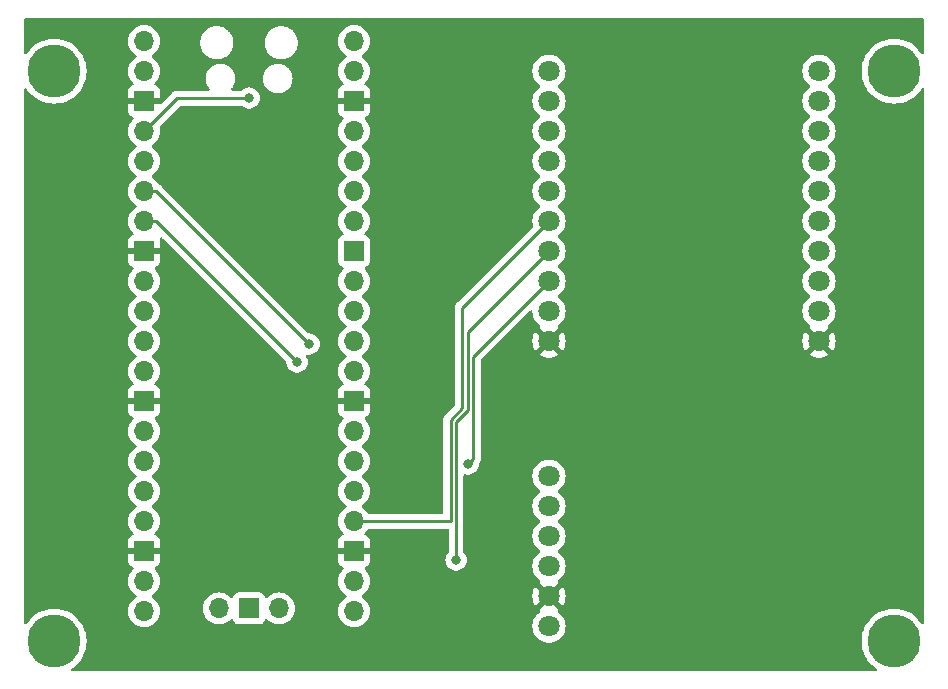
<source format=gbl>
%TF.GenerationSoftware,KiCad,Pcbnew,7.0.7*%
%TF.CreationDate,2024-07-07T09:26:09+01:00*%
%TF.ProjectId,PCB,5043422e-6b69-4636-9164-5f7063625858,rev?*%
%TF.SameCoordinates,Original*%
%TF.FileFunction,Copper,L2,Bot*%
%TF.FilePolarity,Positive*%
%FSLAX46Y46*%
G04 Gerber Fmt 4.6, Leading zero omitted, Abs format (unit mm)*
G04 Created by KiCad (PCBNEW 7.0.7) date 2024-07-07 09:26:09*
%MOMM*%
%LPD*%
G01*
G04 APERTURE LIST*
%TA.AperFunction,ComponentPad*%
%ADD10O,1.700000X1.700000*%
%TD*%
%TA.AperFunction,ComponentPad*%
%ADD11R,1.700000X1.700000*%
%TD*%
%TA.AperFunction,ComponentPad*%
%ADD12C,1.800000*%
%TD*%
%TA.AperFunction,ViaPad*%
%ADD13C,4.500000*%
%TD*%
%TA.AperFunction,ViaPad*%
%ADD14C,0.800000*%
%TD*%
%TA.AperFunction,Conductor*%
%ADD15C,0.250000*%
%TD*%
G04 APERTURE END LIST*
D10*
%TO.P,U1,1,GPIO0*%
%TO.N,unconnected-(U1-GPIO0-Pad1)*%
X106680000Y-78740000D03*
%TO.P,U1,2,GPIO1*%
%TO.N,unconnected-(U1-GPIO1-Pad2)*%
X106680000Y-81280000D03*
D11*
%TO.P,U1,3,GND*%
%TO.N,GND*%
X106680000Y-83820000D03*
D10*
%TO.P,U1,4,GPIO2*%
%TO.N,Net-(U1-GPIO2)*%
X106680000Y-86360000D03*
%TO.P,U1,5,GPIO3*%
%TO.N,unconnected-(U1-GPIO3-Pad5)*%
X106680000Y-88900000D03*
%TO.P,U1,6,GPIO4*%
%TO.N,Net-(U1-GPIO4)*%
X106680000Y-91440000D03*
%TO.P,U1,7,GPIO5*%
%TO.N,Net-(U1-GPIO5)*%
X106680000Y-93980000D03*
D11*
%TO.P,U1,8,GND*%
%TO.N,GND*%
X106680000Y-96520000D03*
D10*
%TO.P,U1,9,GPIO6*%
%TO.N,unconnected-(U1-GPIO6-Pad9)*%
X106680000Y-99060000D03*
%TO.P,U1,10,GPIO7*%
%TO.N,unconnected-(U1-GPIO7-Pad10)*%
X106680000Y-101600000D03*
%TO.P,U1,11,GPIO8*%
%TO.N,unconnected-(U1-GPIO8-Pad11)*%
X106680000Y-104140000D03*
%TO.P,U1,12,GPIO9*%
%TO.N,Net-(U1-GPIO9)*%
X106680000Y-106680000D03*
D11*
%TO.P,U1,13,GND*%
%TO.N,GND*%
X106680000Y-109220000D03*
D10*
%TO.P,U1,14,GPIO10*%
%TO.N,Net-(U1-GPIO10)*%
X106680000Y-111760000D03*
%TO.P,U1,15,GPIO11*%
%TO.N,unconnected-(U1-GPIO11-Pad15)*%
X106680000Y-114300000D03*
%TO.P,U1,16,GPIO12*%
%TO.N,unconnected-(U1-GPIO12-Pad16)*%
X106680000Y-116840000D03*
%TO.P,U1,17,GPIO13*%
%TO.N,unconnected-(U1-GPIO13-Pad17)*%
X106680000Y-119380000D03*
D11*
%TO.P,U1,18,GND*%
%TO.N,GND*%
X106680000Y-121920000D03*
D10*
%TO.P,U1,19,GPIO14*%
%TO.N,unconnected-(U1-GPIO14-Pad19)*%
X106680000Y-124460000D03*
%TO.P,U1,20,GPIO15*%
%TO.N,unconnected-(U1-GPIO15-Pad20)*%
X106680000Y-127000000D03*
%TO.P,U1,21,GPIO16*%
%TO.N,Net-(U1-GPIO16)*%
X124460000Y-127000000D03*
%TO.P,U1,22,GPIO17*%
%TO.N,unconnected-(U1-GPIO17-Pad22)*%
X124460000Y-124460000D03*
D11*
%TO.P,U1,23,GND*%
%TO.N,GND*%
X124460000Y-121920000D03*
D10*
%TO.P,U1,24,GPIO18*%
%TO.N,Net-(U1-GPIO18)*%
X124460000Y-119380000D03*
%TO.P,U1,25,GPIO19*%
%TO.N,Net-(U1-GPIO19)*%
X124460000Y-116840000D03*
%TO.P,U1,26,GPIO20*%
%TO.N,unconnected-(U1-GPIO20-Pad26)*%
X124460000Y-114300000D03*
%TO.P,U1,27,GPIO21*%
%TO.N,unconnected-(U1-GPIO21-Pad27)*%
X124460000Y-111760000D03*
D11*
%TO.P,U1,28,GND*%
%TO.N,GND*%
X124460000Y-109220000D03*
D10*
%TO.P,U1,29,GPIO22*%
%TO.N,unconnected-(U1-GPIO22-Pad29)*%
X124460000Y-106680000D03*
%TO.P,U1,30,RUN*%
%TO.N,unconnected-(U1-RUN-Pad30)*%
X124460000Y-104140000D03*
%TO.P,U1,31,GPIO26_ADC0*%
%TO.N,unconnected-(U1-GPIO26_ADC0-Pad31)*%
X124460000Y-101600000D03*
%TO.P,U1,32,GPIO27_ADC1*%
%TO.N,unconnected-(U1-GPIO27_ADC1-Pad32)*%
X124460000Y-99060000D03*
D11*
%TO.P,U1,33,AGND*%
%TO.N,unconnected-(U1-AGND-Pad33)*%
X124460000Y-96520000D03*
D10*
%TO.P,U1,34,GPIO28_ADC2*%
%TO.N,unconnected-(U1-GPIO28_ADC2-Pad34)*%
X124460000Y-93980000D03*
%TO.P,U1,35,ADC_VREF*%
%TO.N,unconnected-(U1-ADC_VREF-Pad35)*%
X124460000Y-91440000D03*
%TO.P,U1,36,3V3*%
%TO.N,+3V3*%
X124460000Y-88900000D03*
%TO.P,U1,37,3V3_EN*%
%TO.N,unconnected-(U1-3V3_EN-Pad37)*%
X124460000Y-86360000D03*
D11*
%TO.P,U1,38,GND*%
%TO.N,GND*%
X124460000Y-83820000D03*
D10*
%TO.P,U1,39,VSYS*%
%TO.N,unconnected-(U1-VSYS-Pad39)*%
X124460000Y-81280000D03*
%TO.P,U1,40,VBUS*%
%TO.N,unconnected-(U1-VBUS-Pad40)*%
X124460000Y-78740000D03*
%TO.P,U1,41,SWCLK*%
%TO.N,unconnected-(U1-SWCLK-Pad41)*%
X113030000Y-126770000D03*
D11*
%TO.P,U1,42,GND*%
%TO.N,unconnected-(U1-GND-Pad42)*%
X115570000Y-126770000D03*
D10*
%TO.P,U1,43,SWDIO*%
%TO.N,unconnected-(U1-SWDIO-Pad43)*%
X118110000Y-126770000D03*
%TD*%
D12*
%TO.P,U3,0,SDA*%
%TO.N,unconnected-(U3-SDA-Pad0)*%
X140970000Y-115570000D03*
%TO.P,U3,1,SCL*%
%TO.N,unconnected-(U3-SCL-Pad1)*%
X140970000Y-118110000D03*
%TO.P,U3,2,TXD*%
%TO.N,Net-(U1-GPIO5)*%
X140970000Y-120650000D03*
%TO.P,U3,3,RXD*%
%TO.N,Net-(U1-GPIO4)*%
X140970000Y-123190000D03*
%TO.P,U3,4,GND*%
%TO.N,GND*%
X140970000Y-125730000D03*
%TO.P,U3,5,VCC*%
%TO.N,+3V3*%
X140970000Y-128270000D03*
%TD*%
%TO.P,U2,0,DIO_5*%
%TO.N,unconnected-(U2-DIO_5-Pad0)*%
X140970000Y-81280000D03*
%TO.P,U2,1,DIO_4*%
%TO.N,unconnected-(U2-DIO_4-Pad1)*%
X140970000Y-83820000D03*
%TO.P,U2,2*%
%TO.N,unconnected-(U2-Pad2)*%
X140970000Y-86360000D03*
%TO.P,U2,3,RESET*%
%TO.N,Net-(U1-GPIO9)*%
X140970000Y-88900000D03*
%TO.P,U2,4,NSS*%
%TO.N,Net-(U1-GPIO10)*%
X140970000Y-91440000D03*
%TO.P,U2,5,SCK*%
%TO.N,Net-(U1-GPIO18)*%
X140970000Y-93980000D03*
%TO.P,U2,6,MISO*%
%TO.N,Net-(U1-GPIO16)*%
X140970000Y-96520000D03*
%TO.P,U2,7,MOSI*%
%TO.N,Net-(U1-GPIO19)*%
X140970000Y-99060000D03*
%TO.P,U2,8,3V3*%
%TO.N,+3V3*%
X140970000Y-101600000D03*
%TO.P,U2,9,GND*%
%TO.N,GND*%
X140970000Y-104140000D03*
%TO.P,U2,10,DIO3*%
%TO.N,unconnected-(U2-DIO3-Pad10)*%
X163830000Y-81280000D03*
%TO.P,U2,11,DIO1*%
%TO.N,unconnected-(U2-DIO1-Pad11)*%
X163830000Y-83820000D03*
%TO.P,U2,12,DIO2*%
%TO.N,unconnected-(U2-DIO2-Pad12)*%
X163830000Y-86360000D03*
%TO.P,U2,13,DIO0*%
%TO.N,Net-(U1-GPIO2)*%
X163830000Y-88900000D03*
%TO.P,U2,14*%
%TO.N,unconnected-(U2-Pad14)*%
X163830000Y-91440000D03*
%TO.P,U2,15*%
%TO.N,unconnected-(U2-Pad15)*%
X163830000Y-93980000D03*
%TO.P,U2,16*%
%TO.N,unconnected-(U2-Pad16)*%
X163830000Y-96520000D03*
%TO.P,U2,17*%
%TO.N,unconnected-(U2-Pad17)*%
X163830000Y-99060000D03*
%TO.P,U2,18*%
%TO.N,unconnected-(U2-Pad18)*%
X163830000Y-101600000D03*
%TO.P,U2,19,GND*%
%TO.N,GND*%
X163830000Y-104140000D03*
%TD*%
D13*
%TO.N,*%
X170180000Y-129540000D03*
X170180000Y-81280000D03*
X99060000Y-81280000D03*
X99060000Y-129540000D03*
D14*
%TO.N,Net-(U1-GPIO16)*%
X133096000Y-122682000D03*
%TO.N,Net-(U1-GPIO19)*%
X134112000Y-114554000D03*
%TO.N,Net-(U1-GPIO2)*%
X115570000Y-83566000D03*
%TO.N,Net-(U1-GPIO5)*%
X119634000Y-105918000D03*
%TO.N,Net-(U1-GPIO4)*%
X120650000Y-104394000D03*
%TD*%
D15*
%TO.N,Net-(U1-GPIO18)*%
X132646000Y-110802299D02*
X132646000Y-119380000D01*
X132646000Y-119380000D02*
X124460000Y-119380000D01*
X133604000Y-101346000D02*
X133604000Y-109844299D01*
X140970000Y-93980000D02*
X133604000Y-101346000D01*
X133604000Y-109844299D02*
X132646000Y-110802299D01*
%TO.N,Net-(U1-GPIO16)*%
X134112000Y-103378000D02*
X134112000Y-109972695D01*
X133096000Y-118110000D02*
X133096000Y-122682000D01*
X133096000Y-110988695D02*
X133096000Y-118110000D01*
X134112000Y-109972695D02*
X133096000Y-110988695D01*
X140970000Y-96520000D02*
X134112000Y-103378000D01*
%TO.N,Net-(U1-GPIO19)*%
X134562000Y-114104000D02*
X134112000Y-114554000D01*
X134562000Y-105468000D02*
X134562000Y-114104000D01*
X140970000Y-99060000D02*
X134562000Y-105468000D01*
%TO.N,Net-(U1-GPIO2)*%
X109474000Y-83566000D02*
X106680000Y-86360000D01*
X115570000Y-83566000D02*
X109474000Y-83566000D01*
%TO.N,Net-(U1-GPIO5)*%
X119634000Y-105918000D02*
X107696000Y-93980000D01*
X107696000Y-93980000D02*
X106680000Y-93980000D01*
%TO.N,Net-(U1-GPIO4)*%
X120650000Y-104394000D02*
X107696000Y-91440000D01*
X107696000Y-91440000D02*
X106680000Y-91440000D01*
%TD*%
%TA.AperFunction,Conductor*%
%TO.N,GND*%
G36*
X172662470Y-76779022D02*
G01*
X172708260Y-76831795D01*
X172719500Y-76883382D01*
X172719500Y-79719396D01*
X172699815Y-79786435D01*
X172647011Y-79832190D01*
X172577853Y-79842134D01*
X172514297Y-79813109D01*
X172489385Y-79783549D01*
X172447754Y-79714682D01*
X172447751Y-79714678D01*
X172447748Y-79714673D01*
X172242539Y-79452744D01*
X172007255Y-79217460D01*
X171745326Y-79012251D01*
X171745318Y-79012246D01*
X171460557Y-78840102D01*
X171157123Y-78703537D01*
X171157116Y-78703534D01*
X171157104Y-78703530D01*
X170839449Y-78604546D01*
X170839445Y-78604545D01*
X170839441Y-78604544D01*
X170512142Y-78544564D01*
X170512141Y-78544563D01*
X170512136Y-78544563D01*
X170208800Y-78526215D01*
X170180000Y-78524473D01*
X170179999Y-78524473D01*
X169847863Y-78544563D01*
X169784786Y-78556122D01*
X169520559Y-78604544D01*
X169520556Y-78604544D01*
X169520550Y-78604546D01*
X169202895Y-78703530D01*
X169202879Y-78703536D01*
X169202877Y-78703537D01*
X169121862Y-78739999D01*
X168904336Y-78837900D01*
X168899443Y-78840102D01*
X168849994Y-78869995D01*
X168614673Y-79012251D01*
X168352744Y-79217460D01*
X168117460Y-79452744D01*
X167912251Y-79714673D01*
X167740101Y-79999445D01*
X167740100Y-79999447D01*
X167709492Y-80067456D01*
X167624930Y-80255345D01*
X167603536Y-80302880D01*
X167603530Y-80302895D01*
X167504546Y-80620550D01*
X167504544Y-80620556D01*
X167504544Y-80620559D01*
X167469296Y-80812899D01*
X167444563Y-80947863D01*
X167424473Y-81280000D01*
X167444563Y-81612136D01*
X167444563Y-81612141D01*
X167444564Y-81612142D01*
X167504544Y-81939441D01*
X167504545Y-81939445D01*
X167504546Y-81939449D01*
X167603530Y-82257104D01*
X167603534Y-82257116D01*
X167603537Y-82257123D01*
X167740102Y-82560557D01*
X167894210Y-82815483D01*
X167912251Y-82845326D01*
X168117460Y-83107255D01*
X168352744Y-83342539D01*
X168614673Y-83547748D01*
X168614678Y-83547751D01*
X168614682Y-83547754D01*
X168899443Y-83719898D01*
X169202877Y-83856463D01*
X169202890Y-83856467D01*
X169202895Y-83856469D01*
X169378099Y-83911064D01*
X169520559Y-83955456D01*
X169847858Y-84015436D01*
X170180000Y-84035527D01*
X170512142Y-84015436D01*
X170839441Y-83955456D01*
X171157123Y-83856463D01*
X171460557Y-83719898D01*
X171745318Y-83547754D01*
X172007252Y-83342542D01*
X172242542Y-83107252D01*
X172447754Y-82845318D01*
X172489384Y-82776452D01*
X172540910Y-82729266D01*
X172609770Y-82717427D01*
X172674099Y-82744695D01*
X172713473Y-82802414D01*
X172719500Y-82840603D01*
X172719500Y-127979396D01*
X172699815Y-128046435D01*
X172647011Y-128092190D01*
X172577853Y-128102134D01*
X172514297Y-128073109D01*
X172489385Y-128043549D01*
X172447754Y-127974682D01*
X172447751Y-127974678D01*
X172447748Y-127974673D01*
X172242539Y-127712744D01*
X172007255Y-127477460D01*
X171745326Y-127272251D01*
X171745318Y-127272246D01*
X171460557Y-127100102D01*
X171157123Y-126963537D01*
X171157116Y-126963534D01*
X171157104Y-126963530D01*
X170839449Y-126864546D01*
X170839445Y-126864545D01*
X170839441Y-126864544D01*
X170512142Y-126804564D01*
X170512141Y-126804563D01*
X170512136Y-126804563D01*
X170180000Y-126784473D01*
X169847863Y-126804563D01*
X169847857Y-126804564D01*
X169847858Y-126804564D01*
X169520559Y-126864544D01*
X169520556Y-126864544D01*
X169520550Y-126864546D01*
X169202895Y-126963530D01*
X169202879Y-126963536D01*
X169202877Y-126963537D01*
X169121862Y-126999999D01*
X168899447Y-127100100D01*
X168899445Y-127100101D01*
X168614673Y-127272251D01*
X168352744Y-127477460D01*
X168117460Y-127712744D01*
X167912251Y-127974673D01*
X167740101Y-128259445D01*
X167740100Y-128259447D01*
X167735348Y-128270006D01*
X167631249Y-128501305D01*
X167603536Y-128562880D01*
X167603530Y-128562895D01*
X167504546Y-128880550D01*
X167444563Y-129207863D01*
X167424473Y-129540000D01*
X167444563Y-129872136D01*
X167444563Y-129872141D01*
X167444564Y-129872142D01*
X167504544Y-130199441D01*
X167504545Y-130199445D01*
X167504546Y-130199449D01*
X167603530Y-130517104D01*
X167603534Y-130517116D01*
X167603537Y-130517123D01*
X167740102Y-130820557D01*
X167886310Y-131062414D01*
X167912251Y-131105326D01*
X168117460Y-131367255D01*
X168352744Y-131602539D01*
X168614673Y-131807748D01*
X168614678Y-131807751D01*
X168614682Y-131807754D01*
X168683547Y-131849384D01*
X168730734Y-131900911D01*
X168742572Y-131969770D01*
X168715303Y-132034099D01*
X168657584Y-132073473D01*
X168619396Y-132079500D01*
X100620604Y-132079500D01*
X100553565Y-132059815D01*
X100507810Y-132007011D01*
X100497866Y-131937853D01*
X100526891Y-131874297D01*
X100556450Y-131849385D01*
X100625318Y-131807754D01*
X100887252Y-131602542D01*
X101122542Y-131367252D01*
X101327754Y-131105318D01*
X101499898Y-130820557D01*
X101636463Y-130517123D01*
X101735456Y-130199441D01*
X101795436Y-129872142D01*
X101815527Y-129540000D01*
X101795436Y-129207858D01*
X101735456Y-128880559D01*
X101636463Y-128562877D01*
X101499898Y-128259443D01*
X101327754Y-127974682D01*
X101327751Y-127974678D01*
X101327748Y-127974673D01*
X101122539Y-127712744D01*
X100887255Y-127477460D01*
X100625326Y-127272251D01*
X100625318Y-127272246D01*
X100340557Y-127100102D01*
X100118140Y-127000000D01*
X105324341Y-127000000D01*
X105344936Y-127235403D01*
X105344938Y-127235413D01*
X105406094Y-127463655D01*
X105406096Y-127463659D01*
X105406097Y-127463663D01*
X105501322Y-127667873D01*
X105505965Y-127677830D01*
X105505967Y-127677834D01*
X105601102Y-127813700D01*
X105641505Y-127871401D01*
X105808599Y-128038495D01*
X105883204Y-128090734D01*
X106002165Y-128174032D01*
X106002167Y-128174033D01*
X106002170Y-128174035D01*
X106216337Y-128273903D01*
X106444592Y-128335063D01*
X106632918Y-128351539D01*
X106679999Y-128355659D01*
X106680000Y-128355659D01*
X106680001Y-128355659D01*
X106719234Y-128352226D01*
X106915408Y-128335063D01*
X107143663Y-128273903D01*
X107357830Y-128174035D01*
X107551401Y-128038495D01*
X107718495Y-127871401D01*
X107854035Y-127677830D01*
X107953903Y-127463663D01*
X108015063Y-127235408D01*
X108035659Y-127000000D01*
X108015536Y-126770000D01*
X111674341Y-126770000D01*
X111694936Y-127005403D01*
X111694938Y-127005413D01*
X111756094Y-127233655D01*
X111756096Y-127233659D01*
X111756097Y-127233663D01*
X111774089Y-127272246D01*
X111855965Y-127447830D01*
X111855967Y-127447834D01*
X111876712Y-127477460D01*
X111991505Y-127641401D01*
X112158599Y-127808495D01*
X112248429Y-127871395D01*
X112352165Y-127944032D01*
X112352167Y-127944033D01*
X112352170Y-127944035D01*
X112566337Y-128043903D01*
X112566343Y-128043904D01*
X112566344Y-128043905D01*
X112621285Y-128058626D01*
X112794592Y-128105063D01*
X112971034Y-128120500D01*
X113029999Y-128125659D01*
X113030000Y-128125659D01*
X113030001Y-128125659D01*
X113088966Y-128120500D01*
X113265408Y-128105063D01*
X113493663Y-128043903D01*
X113707830Y-127944035D01*
X113901401Y-127808495D01*
X114023329Y-127686566D01*
X114084648Y-127653084D01*
X114154340Y-127658068D01*
X114210274Y-127699939D01*
X114227189Y-127730917D01*
X114276202Y-127862328D01*
X114276206Y-127862335D01*
X114362452Y-127977544D01*
X114362455Y-127977547D01*
X114477664Y-128063793D01*
X114477671Y-128063797D01*
X114612517Y-128114091D01*
X114612516Y-128114091D01*
X114619444Y-128114835D01*
X114672127Y-128120500D01*
X116467872Y-128120499D01*
X116527483Y-128114091D01*
X116662331Y-128063796D01*
X116777546Y-127977546D01*
X116863796Y-127862331D01*
X116912810Y-127730916D01*
X116954681Y-127674984D01*
X117020145Y-127650566D01*
X117088418Y-127665417D01*
X117116673Y-127686569D01*
X117238599Y-127808495D01*
X117328429Y-127871395D01*
X117432165Y-127944032D01*
X117432167Y-127944033D01*
X117432170Y-127944035D01*
X117646337Y-128043903D01*
X117646343Y-128043904D01*
X117646344Y-128043905D01*
X117701285Y-128058626D01*
X117874592Y-128105063D01*
X118051034Y-128120500D01*
X118109999Y-128125659D01*
X118110000Y-128125659D01*
X118110001Y-128125659D01*
X118168966Y-128120500D01*
X118345408Y-128105063D01*
X118573663Y-128043903D01*
X118787830Y-127944035D01*
X118981401Y-127808495D01*
X119148495Y-127641401D01*
X119284035Y-127447830D01*
X119383903Y-127233663D01*
X119445063Y-127005408D01*
X119445536Y-127000000D01*
X123104341Y-127000000D01*
X123124936Y-127235403D01*
X123124938Y-127235413D01*
X123186094Y-127463655D01*
X123186096Y-127463659D01*
X123186097Y-127463663D01*
X123281322Y-127667873D01*
X123285965Y-127677830D01*
X123285967Y-127677834D01*
X123381102Y-127813700D01*
X123421505Y-127871401D01*
X123588599Y-128038495D01*
X123663204Y-128090734D01*
X123782165Y-128174032D01*
X123782167Y-128174033D01*
X123782170Y-128174035D01*
X123996337Y-128273903D01*
X124224592Y-128335063D01*
X124412918Y-128351539D01*
X124459999Y-128355659D01*
X124460000Y-128355659D01*
X124460001Y-128355659D01*
X124499234Y-128352226D01*
X124695408Y-128335063D01*
X124923663Y-128273903D01*
X124932020Y-128270006D01*
X139564700Y-128270006D01*
X139583864Y-128501297D01*
X139583866Y-128501308D01*
X139640842Y-128726300D01*
X139734075Y-128938848D01*
X139861016Y-129133147D01*
X139861019Y-129133151D01*
X139861021Y-129133153D01*
X140018216Y-129303913D01*
X140018219Y-129303915D01*
X140018222Y-129303918D01*
X140201365Y-129446464D01*
X140201371Y-129446468D01*
X140201374Y-129446470D01*
X140405497Y-129556936D01*
X140519487Y-129596068D01*
X140625015Y-129632297D01*
X140625017Y-129632297D01*
X140625019Y-129632298D01*
X140853951Y-129670500D01*
X140853952Y-129670500D01*
X141086048Y-129670500D01*
X141086049Y-129670500D01*
X141314981Y-129632298D01*
X141534503Y-129556936D01*
X141738626Y-129446470D01*
X141921784Y-129303913D01*
X142078979Y-129133153D01*
X142205924Y-128938849D01*
X142299157Y-128726300D01*
X142356134Y-128501305D01*
X142356135Y-128501297D01*
X142375300Y-128270006D01*
X142375300Y-128269993D01*
X142356135Y-128038702D01*
X142356133Y-128038691D01*
X142299157Y-127813699D01*
X142205924Y-127601151D01*
X142078983Y-127406852D01*
X142078980Y-127406849D01*
X142078979Y-127406847D01*
X141921784Y-127236087D01*
X141878857Y-127202675D01*
X141743773Y-127097535D01*
X141702960Y-127040825D01*
X141699286Y-126971052D01*
X141733918Y-126910369D01*
X141743774Y-126901828D01*
X141768798Y-126882351D01*
X141297856Y-126411409D01*
X141264371Y-126350086D01*
X141269355Y-126280394D01*
X141310049Y-126225353D01*
X141397925Y-126157925D01*
X141465354Y-126070048D01*
X141521779Y-126028848D01*
X141591525Y-126024693D01*
X141651409Y-126057856D01*
X142121186Y-126527634D01*
X142205484Y-126398606D01*
X142298682Y-126186135D01*
X142355638Y-125961218D01*
X142374798Y-125730005D01*
X142374798Y-125729994D01*
X142355638Y-125498781D01*
X142298682Y-125273864D01*
X142205483Y-125061390D01*
X142121186Y-124932364D01*
X141651408Y-125402142D01*
X141590085Y-125435627D01*
X141520393Y-125430643D01*
X141465351Y-125389947D01*
X141420428Y-125331402D01*
X141397925Y-125302075D01*
X141310049Y-125234645D01*
X141268847Y-125178219D01*
X141264692Y-125108473D01*
X141297855Y-125048590D01*
X141768799Y-124577647D01*
X141743775Y-124558171D01*
X141702961Y-124501461D01*
X141699286Y-124431688D01*
X141733916Y-124371004D01*
X141743760Y-124362473D01*
X141921784Y-124223913D01*
X142078979Y-124053153D01*
X142205924Y-123858849D01*
X142299157Y-123646300D01*
X142356134Y-123421305D01*
X142357488Y-123404963D01*
X142375300Y-123190006D01*
X142375300Y-123189993D01*
X142356135Y-122958702D01*
X142356133Y-122958691D01*
X142299157Y-122733699D01*
X142205924Y-122521151D01*
X142078983Y-122326852D01*
X142078980Y-122326849D01*
X142078979Y-122326847D01*
X141921784Y-122156087D01*
X141744180Y-122017853D01*
X141703368Y-121961143D01*
X141699693Y-121891370D01*
X141734324Y-121830687D01*
X141744181Y-121822146D01*
X141921784Y-121683913D01*
X142078979Y-121513153D01*
X142205924Y-121318849D01*
X142299157Y-121106300D01*
X142356134Y-120881305D01*
X142360559Y-120827906D01*
X142375300Y-120650006D01*
X142375300Y-120649993D01*
X142356135Y-120418702D01*
X142356133Y-120418691D01*
X142299157Y-120193699D01*
X142205924Y-119981151D01*
X142078983Y-119786852D01*
X142078980Y-119786849D01*
X142078979Y-119786847D01*
X141921784Y-119616087D01*
X141744180Y-119477853D01*
X141703368Y-119421143D01*
X141699693Y-119351370D01*
X141734324Y-119290687D01*
X141744181Y-119282146D01*
X141921784Y-119143913D01*
X142078979Y-118973153D01*
X142205924Y-118778849D01*
X142299157Y-118566300D01*
X142356134Y-118341305D01*
X142356135Y-118341297D01*
X142375300Y-118110006D01*
X142375300Y-118109993D01*
X142356135Y-117878702D01*
X142356133Y-117878691D01*
X142299157Y-117653699D01*
X142205924Y-117441151D01*
X142078983Y-117246852D01*
X142078980Y-117246849D01*
X142078979Y-117246847D01*
X141921784Y-117076087D01*
X141744180Y-116937853D01*
X141703368Y-116881143D01*
X141699693Y-116811370D01*
X141734324Y-116750687D01*
X141744181Y-116742146D01*
X141921784Y-116603913D01*
X142078979Y-116433153D01*
X142205924Y-116238849D01*
X142299157Y-116026300D01*
X142356134Y-115801305D01*
X142356135Y-115801297D01*
X142375300Y-115570006D01*
X142375300Y-115569993D01*
X142356135Y-115338702D01*
X142356133Y-115338691D01*
X142299157Y-115113699D01*
X142205924Y-114901151D01*
X142078983Y-114706852D01*
X142078980Y-114706849D01*
X142078979Y-114706847D01*
X141921784Y-114536087D01*
X141921779Y-114536083D01*
X141921777Y-114536081D01*
X141738634Y-114393535D01*
X141738628Y-114393531D01*
X141534504Y-114283064D01*
X141534495Y-114283061D01*
X141314984Y-114207702D01*
X141143282Y-114179050D01*
X141086049Y-114169500D01*
X140853951Y-114169500D01*
X140808164Y-114177140D01*
X140625015Y-114207702D01*
X140405504Y-114283061D01*
X140405495Y-114283064D01*
X140201371Y-114393531D01*
X140201365Y-114393535D01*
X140018222Y-114536081D01*
X140018219Y-114536084D01*
X139861016Y-114706852D01*
X139734075Y-114901151D01*
X139640842Y-115113699D01*
X139583866Y-115338691D01*
X139583864Y-115338702D01*
X139564700Y-115569993D01*
X139564700Y-115570006D01*
X139583864Y-115801297D01*
X139583866Y-115801308D01*
X139640842Y-116026300D01*
X139734075Y-116238848D01*
X139861016Y-116433147D01*
X139861019Y-116433151D01*
X139861021Y-116433153D01*
X140018216Y-116603913D01*
X140018219Y-116603915D01*
X140018222Y-116603918D01*
X140195818Y-116742147D01*
X140236631Y-116798857D01*
X140240306Y-116868630D01*
X140205674Y-116929313D01*
X140195818Y-116937853D01*
X140018222Y-117076081D01*
X140018219Y-117076084D01*
X139861016Y-117246852D01*
X139734075Y-117441151D01*
X139640842Y-117653699D01*
X139583866Y-117878691D01*
X139583864Y-117878702D01*
X139564700Y-118109993D01*
X139564700Y-118110006D01*
X139583864Y-118341297D01*
X139583866Y-118341308D01*
X139640842Y-118566300D01*
X139734075Y-118778848D01*
X139861016Y-118973147D01*
X139861019Y-118973151D01*
X139861021Y-118973153D01*
X140018216Y-119143913D01*
X140018219Y-119143915D01*
X140018222Y-119143918D01*
X140195818Y-119282147D01*
X140236631Y-119338857D01*
X140240306Y-119408630D01*
X140205674Y-119469313D01*
X140195818Y-119477853D01*
X140018222Y-119616081D01*
X140018219Y-119616084D01*
X139861016Y-119786852D01*
X139734075Y-119981151D01*
X139640842Y-120193699D01*
X139583866Y-120418691D01*
X139583864Y-120418702D01*
X139564700Y-120649993D01*
X139564700Y-120650006D01*
X139583864Y-120881297D01*
X139583866Y-120881308D01*
X139640842Y-121106300D01*
X139734075Y-121318848D01*
X139861016Y-121513147D01*
X139861019Y-121513151D01*
X139861021Y-121513153D01*
X140018216Y-121683913D01*
X140018219Y-121683915D01*
X140018222Y-121683918D01*
X140195818Y-121822147D01*
X140236631Y-121878857D01*
X140240306Y-121948630D01*
X140205674Y-122009313D01*
X140195818Y-122017853D01*
X140018222Y-122156081D01*
X140018219Y-122156084D01*
X139861016Y-122326852D01*
X139734075Y-122521151D01*
X139640842Y-122733699D01*
X139583866Y-122958691D01*
X139583864Y-122958702D01*
X139564700Y-123189993D01*
X139564700Y-123190006D01*
X139583864Y-123421297D01*
X139583866Y-123421308D01*
X139640842Y-123646300D01*
X139734075Y-123858848D01*
X139861016Y-124053147D01*
X139861019Y-124053151D01*
X139861021Y-124053153D01*
X140018216Y-124223913D01*
X140196225Y-124362462D01*
X140237038Y-124419173D01*
X140240713Y-124488946D01*
X140206082Y-124549629D01*
X140196223Y-124558171D01*
X140171200Y-124577645D01*
X140171200Y-124577647D01*
X140642143Y-125048590D01*
X140675628Y-125109913D01*
X140670644Y-125179605D01*
X140629949Y-125234646D01*
X140542075Y-125302074D01*
X140542074Y-125302075D01*
X140474646Y-125389949D01*
X140418218Y-125431151D01*
X140348472Y-125435306D01*
X140288590Y-125402143D01*
X139818812Y-124932365D01*
X139734516Y-125061391D01*
X139734514Y-125061395D01*
X139641317Y-125273864D01*
X139584361Y-125498781D01*
X139565202Y-125729994D01*
X139565202Y-125730005D01*
X139584361Y-125961218D01*
X139641317Y-126186135D01*
X139734516Y-126398609D01*
X139818811Y-126527633D01*
X140288590Y-126057855D01*
X140349913Y-126024370D01*
X140419604Y-126029354D01*
X140474645Y-126070049D01*
X140542075Y-126157925D01*
X140629947Y-126225351D01*
X140671150Y-126281779D01*
X140675305Y-126351525D01*
X140642142Y-126411408D01*
X140171199Y-126882350D01*
X140171200Y-126882351D01*
X140196224Y-126901828D01*
X140237038Y-126958538D01*
X140240713Y-127028311D01*
X140206083Y-127088995D01*
X140196225Y-127097536D01*
X140018222Y-127236081D01*
X140018219Y-127236084D01*
X140018216Y-127236086D01*
X140018216Y-127236087D01*
X139984925Y-127272251D01*
X139861016Y-127406852D01*
X139734075Y-127601151D01*
X139640842Y-127813699D01*
X139583866Y-128038691D01*
X139583864Y-128038702D01*
X139564700Y-128269993D01*
X139564700Y-128270006D01*
X124932020Y-128270006D01*
X125137830Y-128174035D01*
X125331401Y-128038495D01*
X125498495Y-127871401D01*
X125634035Y-127677830D01*
X125733903Y-127463663D01*
X125795063Y-127235408D01*
X125815659Y-127000000D01*
X125795063Y-126764592D01*
X125733903Y-126536337D01*
X125634035Y-126322171D01*
X125605753Y-126281779D01*
X125498494Y-126128597D01*
X125331402Y-125961506D01*
X125331401Y-125961505D01*
X125145842Y-125831575D01*
X125145841Y-125831574D01*
X125102216Y-125776997D01*
X125095024Y-125707498D01*
X125126546Y-125645144D01*
X125145836Y-125628428D01*
X125331401Y-125498495D01*
X125498495Y-125331401D01*
X125634035Y-125137830D01*
X125733903Y-124923663D01*
X125795063Y-124695408D01*
X125815659Y-124460000D01*
X125795063Y-124224592D01*
X125733903Y-123996337D01*
X125634035Y-123782171D01*
X125498495Y-123588599D01*
X125376179Y-123466283D01*
X125342696Y-123404963D01*
X125347680Y-123335271D01*
X125389551Y-123279337D01*
X125420529Y-123262422D01*
X125552086Y-123213354D01*
X125552093Y-123213350D01*
X125667187Y-123127190D01*
X125667190Y-123127187D01*
X125753350Y-123012093D01*
X125753354Y-123012086D01*
X125803596Y-122877379D01*
X125803598Y-122877372D01*
X125809999Y-122817844D01*
X125810000Y-122817827D01*
X125810000Y-122170000D01*
X125083769Y-122170000D01*
X125016730Y-122150315D01*
X124970975Y-122097511D01*
X124961031Y-122028353D01*
X124964792Y-122011064D01*
X124970000Y-121993327D01*
X124970000Y-121846672D01*
X124964792Y-121828936D01*
X124964792Y-121759066D01*
X125002566Y-121700288D01*
X125066121Y-121671262D01*
X125083769Y-121670000D01*
X125810000Y-121670000D01*
X125810000Y-121022172D01*
X125809999Y-121022155D01*
X125803598Y-120962627D01*
X125803596Y-120962620D01*
X125753354Y-120827913D01*
X125753350Y-120827906D01*
X125667190Y-120712812D01*
X125667187Y-120712809D01*
X125552093Y-120626649D01*
X125552088Y-120626646D01*
X125420528Y-120577577D01*
X125364595Y-120535705D01*
X125340178Y-120470241D01*
X125355030Y-120401968D01*
X125376175Y-120373720D01*
X125498495Y-120251401D01*
X125633651Y-120058377D01*
X125688229Y-120014752D01*
X125735227Y-120005500D01*
X132346500Y-120005500D01*
X132413539Y-120025185D01*
X132459294Y-120077989D01*
X132470500Y-120129500D01*
X132470500Y-121983312D01*
X132450815Y-122050351D01*
X132438650Y-122066284D01*
X132363466Y-122149784D01*
X132268821Y-122313715D01*
X132268818Y-122313722D01*
X132210327Y-122493740D01*
X132210326Y-122493744D01*
X132190540Y-122682000D01*
X132210326Y-122870256D01*
X132210327Y-122870259D01*
X132268818Y-123050277D01*
X132268821Y-123050284D01*
X132363467Y-123214216D01*
X132444572Y-123304292D01*
X132490129Y-123354888D01*
X132643265Y-123466148D01*
X132643270Y-123466151D01*
X132816192Y-123543142D01*
X132816197Y-123543144D01*
X133001354Y-123582500D01*
X133001355Y-123582500D01*
X133190644Y-123582500D01*
X133190646Y-123582500D01*
X133375803Y-123543144D01*
X133548730Y-123466151D01*
X133701871Y-123354888D01*
X133828533Y-123214216D01*
X133923179Y-123050284D01*
X133981674Y-122870256D01*
X134001460Y-122682000D01*
X133981674Y-122493744D01*
X133923179Y-122313716D01*
X133828533Y-122149784D01*
X133814357Y-122134040D01*
X133753350Y-122066284D01*
X133723120Y-122003292D01*
X133721500Y-121983312D01*
X133721500Y-118019294D01*
X133721499Y-118019290D01*
X133721498Y-115544740D01*
X133741184Y-115477701D01*
X133793988Y-115431947D01*
X133863146Y-115422003D01*
X133871271Y-115423449D01*
X134017354Y-115454500D01*
X134017355Y-115454500D01*
X134206644Y-115454500D01*
X134206646Y-115454500D01*
X134391803Y-115415144D01*
X134564730Y-115338151D01*
X134717871Y-115226888D01*
X134844533Y-115086216D01*
X134939179Y-114922284D01*
X134997674Y-114742256D01*
X135015615Y-114571545D01*
X135042199Y-114506933D01*
X135048546Y-114499623D01*
X135072061Y-114474583D01*
X135072062Y-114474582D01*
X135081713Y-114457024D01*
X135092396Y-114440761D01*
X135104673Y-114424936D01*
X135123185Y-114382153D01*
X135125738Y-114376941D01*
X135148197Y-114336092D01*
X135153180Y-114316680D01*
X135159481Y-114298280D01*
X135167437Y-114279896D01*
X135174729Y-114233852D01*
X135175906Y-114228171D01*
X135187500Y-114183019D01*
X135187500Y-114162982D01*
X135189027Y-114143582D01*
X135192160Y-114123804D01*
X135187775Y-114077415D01*
X135187500Y-114071577D01*
X135187500Y-105778451D01*
X135207185Y-105711412D01*
X135223819Y-105690770D01*
X137277500Y-103637089D01*
X139356397Y-101558191D01*
X139417718Y-101524708D01*
X139487410Y-101529692D01*
X139543343Y-101571564D01*
X139567652Y-101635634D01*
X139583864Y-101831297D01*
X139583866Y-101831308D01*
X139640842Y-102056300D01*
X139734075Y-102268848D01*
X139861016Y-102463147D01*
X139861019Y-102463151D01*
X139861021Y-102463153D01*
X140018216Y-102633913D01*
X140191038Y-102768425D01*
X140196225Y-102772462D01*
X140237038Y-102829173D01*
X140240713Y-102898946D01*
X140206082Y-102959629D01*
X140196223Y-102968171D01*
X140171200Y-102987645D01*
X140171200Y-102987647D01*
X140642143Y-103458590D01*
X140675628Y-103519913D01*
X140670644Y-103589605D01*
X140629949Y-103644646D01*
X140542075Y-103712074D01*
X140542074Y-103712075D01*
X140474646Y-103799949D01*
X140418218Y-103841151D01*
X140348472Y-103845306D01*
X140288590Y-103812143D01*
X139818812Y-103342365D01*
X139734516Y-103471391D01*
X139734514Y-103471395D01*
X139641317Y-103683864D01*
X139584361Y-103908781D01*
X139565202Y-104139994D01*
X139565202Y-104140005D01*
X139584361Y-104371218D01*
X139641317Y-104596135D01*
X139734516Y-104808609D01*
X139818811Y-104937633D01*
X140288590Y-104467855D01*
X140349913Y-104434370D01*
X140419604Y-104439354D01*
X140474645Y-104480049D01*
X140542075Y-104567925D01*
X140629947Y-104635351D01*
X140671150Y-104691779D01*
X140675305Y-104761525D01*
X140642142Y-104821408D01*
X140171199Y-105292350D01*
X140171199Y-105292351D01*
X140201650Y-105316050D01*
X140405697Y-105426476D01*
X140405706Y-105426479D01*
X140625139Y-105501811D01*
X140853993Y-105540000D01*
X141086007Y-105540000D01*
X141314860Y-105501811D01*
X141534293Y-105426479D01*
X141534302Y-105426476D01*
X141738350Y-105316050D01*
X141768798Y-105292351D01*
X141297856Y-104821409D01*
X141264371Y-104760086D01*
X141269355Y-104690394D01*
X141310049Y-104635353D01*
X141397925Y-104567925D01*
X141465354Y-104480048D01*
X141521779Y-104438848D01*
X141591525Y-104434693D01*
X141651409Y-104467856D01*
X142121186Y-104937634D01*
X142205484Y-104808606D01*
X142298682Y-104596135D01*
X142355638Y-104371218D01*
X142374798Y-104140005D01*
X142374798Y-104139994D01*
X142355638Y-103908781D01*
X142298682Y-103683864D01*
X142205483Y-103471390D01*
X142121186Y-103342364D01*
X141651408Y-103812142D01*
X141590085Y-103845627D01*
X141520393Y-103840643D01*
X141465351Y-103799947D01*
X141397925Y-103712075D01*
X141310049Y-103644645D01*
X141268847Y-103588219D01*
X141264692Y-103518473D01*
X141297855Y-103458590D01*
X141768799Y-102987647D01*
X141743775Y-102968171D01*
X141702961Y-102911461D01*
X141699286Y-102841688D01*
X141733916Y-102781004D01*
X141743760Y-102772473D01*
X141921784Y-102633913D01*
X142078979Y-102463153D01*
X142205924Y-102268849D01*
X142299157Y-102056300D01*
X142356134Y-101831305D01*
X142356135Y-101831297D01*
X142375300Y-101600006D01*
X162424700Y-101600006D01*
X162443864Y-101831297D01*
X162443866Y-101831308D01*
X162500842Y-102056300D01*
X162594075Y-102268848D01*
X162721016Y-102463147D01*
X162721019Y-102463151D01*
X162721021Y-102463153D01*
X162878216Y-102633913D01*
X163051038Y-102768425D01*
X163056225Y-102772462D01*
X163097038Y-102829173D01*
X163100713Y-102898946D01*
X163066082Y-102959629D01*
X163056223Y-102968171D01*
X163031200Y-102987645D01*
X163031200Y-102987647D01*
X163502143Y-103458590D01*
X163535628Y-103519913D01*
X163530644Y-103589605D01*
X163489949Y-103644646D01*
X163402075Y-103712074D01*
X163402074Y-103712075D01*
X163334646Y-103799949D01*
X163278218Y-103841151D01*
X163208472Y-103845306D01*
X163148590Y-103812143D01*
X162678812Y-103342365D01*
X162594516Y-103471391D01*
X162594514Y-103471395D01*
X162501317Y-103683864D01*
X162444361Y-103908781D01*
X162425202Y-104139994D01*
X162425202Y-104140005D01*
X162444361Y-104371218D01*
X162501317Y-104596135D01*
X162594516Y-104808609D01*
X162678811Y-104937633D01*
X163148590Y-104467855D01*
X163209913Y-104434370D01*
X163279604Y-104439354D01*
X163334645Y-104480049D01*
X163402075Y-104567925D01*
X163489947Y-104635351D01*
X163531150Y-104691779D01*
X163535305Y-104761525D01*
X163502142Y-104821408D01*
X163031199Y-105292350D01*
X163031199Y-105292351D01*
X163061650Y-105316050D01*
X163265697Y-105426476D01*
X163265706Y-105426479D01*
X163485139Y-105501811D01*
X163713993Y-105540000D01*
X163946007Y-105540000D01*
X164174860Y-105501811D01*
X164394293Y-105426479D01*
X164394302Y-105426476D01*
X164598350Y-105316050D01*
X164628798Y-105292351D01*
X164157856Y-104821409D01*
X164124371Y-104760086D01*
X164129355Y-104690394D01*
X164170049Y-104635353D01*
X164257925Y-104567925D01*
X164325354Y-104480048D01*
X164381779Y-104438848D01*
X164451525Y-104434693D01*
X164511409Y-104467856D01*
X164981186Y-104937634D01*
X165065484Y-104808606D01*
X165158682Y-104596135D01*
X165215638Y-104371218D01*
X165234798Y-104140005D01*
X165234798Y-104139994D01*
X165215638Y-103908781D01*
X165158682Y-103683864D01*
X165065483Y-103471390D01*
X164981186Y-103342364D01*
X164511408Y-103812142D01*
X164450085Y-103845627D01*
X164380393Y-103840643D01*
X164325351Y-103799947D01*
X164257925Y-103712075D01*
X164170049Y-103644645D01*
X164128847Y-103588219D01*
X164124692Y-103518473D01*
X164157855Y-103458590D01*
X164628799Y-102987647D01*
X164603775Y-102968171D01*
X164562961Y-102911461D01*
X164559286Y-102841688D01*
X164593916Y-102781004D01*
X164603760Y-102772473D01*
X164781784Y-102633913D01*
X164938979Y-102463153D01*
X165065924Y-102268849D01*
X165159157Y-102056300D01*
X165216134Y-101831305D01*
X165216135Y-101831297D01*
X165235300Y-101600006D01*
X165235300Y-101599993D01*
X165216135Y-101368702D01*
X165216133Y-101368691D01*
X165159157Y-101143699D01*
X165065924Y-100931151D01*
X164938983Y-100736852D01*
X164938980Y-100736849D01*
X164938979Y-100736847D01*
X164781784Y-100566087D01*
X164604180Y-100427853D01*
X164563368Y-100371143D01*
X164559693Y-100301370D01*
X164594324Y-100240687D01*
X164604181Y-100232146D01*
X164608962Y-100228425D01*
X164781784Y-100093913D01*
X164938979Y-99923153D01*
X165065924Y-99728849D01*
X165159157Y-99516300D01*
X165216134Y-99291305D01*
X165216135Y-99291297D01*
X165235300Y-99060006D01*
X165235300Y-99059993D01*
X165216135Y-98828702D01*
X165216133Y-98828691D01*
X165159157Y-98603699D01*
X165065924Y-98391151D01*
X164938983Y-98196852D01*
X164938980Y-98196849D01*
X164938979Y-98196847D01*
X164781784Y-98026087D01*
X164604180Y-97887853D01*
X164563368Y-97831143D01*
X164559693Y-97761370D01*
X164594324Y-97700687D01*
X164604181Y-97692146D01*
X164781784Y-97553913D01*
X164938979Y-97383153D01*
X165065924Y-97188849D01*
X165159157Y-96976300D01*
X165216134Y-96751305D01*
X165217565Y-96734040D01*
X165235300Y-96520006D01*
X165235300Y-96519993D01*
X165216135Y-96288702D01*
X165216133Y-96288691D01*
X165159157Y-96063699D01*
X165065924Y-95851151D01*
X164938983Y-95656852D01*
X164938980Y-95656849D01*
X164938979Y-95656847D01*
X164781784Y-95486087D01*
X164604180Y-95347853D01*
X164563368Y-95291143D01*
X164559693Y-95221370D01*
X164594324Y-95160687D01*
X164604181Y-95152146D01*
X164625802Y-95135318D01*
X164781784Y-95013913D01*
X164938979Y-94843153D01*
X165065924Y-94648849D01*
X165159157Y-94436300D01*
X165216134Y-94211305D01*
X165235300Y-93980000D01*
X165235300Y-93979999D01*
X165235300Y-93979993D01*
X165216135Y-93748702D01*
X165216133Y-93748691D01*
X165159157Y-93523699D01*
X165065924Y-93311151D01*
X164938983Y-93116852D01*
X164938980Y-93116849D01*
X164938979Y-93116847D01*
X164781784Y-92946087D01*
X164604180Y-92807853D01*
X164563368Y-92751143D01*
X164559693Y-92681370D01*
X164594324Y-92620687D01*
X164604181Y-92612146D01*
X164608962Y-92608425D01*
X164781784Y-92473913D01*
X164938979Y-92303153D01*
X165065924Y-92108849D01*
X165159157Y-91896300D01*
X165216134Y-91671305D01*
X165235300Y-91440000D01*
X165235300Y-91439999D01*
X165235300Y-91439993D01*
X165216135Y-91208702D01*
X165216133Y-91208691D01*
X165159157Y-90983699D01*
X165065924Y-90771151D01*
X164938983Y-90576852D01*
X164938980Y-90576849D01*
X164938979Y-90576847D01*
X164781784Y-90406087D01*
X164604180Y-90267853D01*
X164563368Y-90211143D01*
X164559693Y-90141370D01*
X164594324Y-90080687D01*
X164604181Y-90072146D01*
X164608962Y-90068425D01*
X164781784Y-89933913D01*
X164938979Y-89763153D01*
X165065924Y-89568849D01*
X165159157Y-89356300D01*
X165216134Y-89131305D01*
X165235300Y-88900000D01*
X165235300Y-88899999D01*
X165235300Y-88899993D01*
X165216135Y-88668702D01*
X165216133Y-88668691D01*
X165159157Y-88443699D01*
X165065924Y-88231151D01*
X164938983Y-88036852D01*
X164938980Y-88036849D01*
X164938979Y-88036847D01*
X164781784Y-87866087D01*
X164604180Y-87727853D01*
X164563368Y-87671143D01*
X164559693Y-87601370D01*
X164594324Y-87540687D01*
X164604181Y-87532146D01*
X164608962Y-87528425D01*
X164781784Y-87393913D01*
X164938979Y-87223153D01*
X165065924Y-87028849D01*
X165159157Y-86816300D01*
X165216134Y-86591305D01*
X165235300Y-86360000D01*
X165235300Y-86359999D01*
X165235300Y-86359993D01*
X165216135Y-86128702D01*
X165216133Y-86128691D01*
X165159157Y-85903699D01*
X165065924Y-85691151D01*
X164938983Y-85496852D01*
X164938980Y-85496849D01*
X164938979Y-85496847D01*
X164781784Y-85326087D01*
X164604180Y-85187853D01*
X164563368Y-85131143D01*
X164559693Y-85061370D01*
X164594324Y-85000687D01*
X164604181Y-84992146D01*
X164781784Y-84853913D01*
X164938979Y-84683153D01*
X165065924Y-84488849D01*
X165159157Y-84276300D01*
X165216134Y-84051305D01*
X165217095Y-84039712D01*
X165235300Y-83820006D01*
X165235300Y-83819993D01*
X165216135Y-83588702D01*
X165216133Y-83588691D01*
X165159157Y-83363699D01*
X165065924Y-83151151D01*
X164938983Y-82956852D01*
X164938980Y-82956849D01*
X164938979Y-82956847D01*
X164781784Y-82786087D01*
X164604180Y-82647853D01*
X164563368Y-82591143D01*
X164559693Y-82521370D01*
X164594324Y-82460687D01*
X164604181Y-82452146D01*
X164781784Y-82313913D01*
X164938979Y-82143153D01*
X165065924Y-81948849D01*
X165159157Y-81736300D01*
X165216134Y-81511305D01*
X165217197Y-81498475D01*
X165235300Y-81280006D01*
X165235300Y-81279993D01*
X165216135Y-81048702D01*
X165216133Y-81048691D01*
X165159157Y-80823699D01*
X165065924Y-80611151D01*
X164938983Y-80416852D01*
X164938980Y-80416849D01*
X164938979Y-80416847D01*
X164781784Y-80246087D01*
X164781779Y-80246083D01*
X164781777Y-80246081D01*
X164598634Y-80103535D01*
X164598628Y-80103531D01*
X164394504Y-79993064D01*
X164394495Y-79993061D01*
X164174984Y-79917702D01*
X163977540Y-79884755D01*
X163946049Y-79879500D01*
X163713951Y-79879500D01*
X163682460Y-79884755D01*
X163485015Y-79917702D01*
X163265504Y-79993061D01*
X163265495Y-79993064D01*
X163061371Y-80103531D01*
X163061365Y-80103535D01*
X162878222Y-80246081D01*
X162878219Y-80246084D01*
X162878216Y-80246086D01*
X162878216Y-80246087D01*
X162855743Y-80270499D01*
X162721016Y-80416852D01*
X162594075Y-80611151D01*
X162500842Y-80823699D01*
X162443866Y-81048691D01*
X162443864Y-81048702D01*
X162424700Y-81279993D01*
X162424700Y-81280006D01*
X162443864Y-81511297D01*
X162443866Y-81511308D01*
X162500842Y-81736300D01*
X162594075Y-81948848D01*
X162721016Y-82143147D01*
X162721019Y-82143151D01*
X162721021Y-82143153D01*
X162878216Y-82313913D01*
X162878219Y-82313915D01*
X162878222Y-82313918D01*
X163055818Y-82452147D01*
X163096631Y-82508857D01*
X163100306Y-82578630D01*
X163065674Y-82639313D01*
X163055818Y-82647853D01*
X162878222Y-82786081D01*
X162878219Y-82786084D01*
X162721016Y-82956852D01*
X162594075Y-83151151D01*
X162500842Y-83363699D01*
X162443866Y-83588691D01*
X162443864Y-83588702D01*
X162424700Y-83819993D01*
X162424700Y-83820006D01*
X162443864Y-84051297D01*
X162443866Y-84051308D01*
X162500842Y-84276300D01*
X162594075Y-84488848D01*
X162721016Y-84683147D01*
X162721019Y-84683151D01*
X162721021Y-84683153D01*
X162878216Y-84853913D01*
X162878219Y-84853915D01*
X162878222Y-84853918D01*
X163055818Y-84992147D01*
X163096631Y-85048857D01*
X163100306Y-85118630D01*
X163065674Y-85179313D01*
X163055818Y-85187853D01*
X162878222Y-85326081D01*
X162878219Y-85326084D01*
X162721016Y-85496852D01*
X162594075Y-85691151D01*
X162500842Y-85903699D01*
X162443866Y-86128691D01*
X162443864Y-86128702D01*
X162424700Y-86359993D01*
X162424700Y-86360006D01*
X162443864Y-86591297D01*
X162443866Y-86591308D01*
X162500842Y-86816300D01*
X162594075Y-87028848D01*
X162721016Y-87223147D01*
X162721019Y-87223151D01*
X162721021Y-87223153D01*
X162878216Y-87393913D01*
X162878219Y-87393915D01*
X162878222Y-87393918D01*
X163055818Y-87532147D01*
X163096631Y-87588857D01*
X163100306Y-87658630D01*
X163065674Y-87719313D01*
X163055818Y-87727853D01*
X162878222Y-87866081D01*
X162878219Y-87866084D01*
X162721016Y-88036852D01*
X162594075Y-88231151D01*
X162500842Y-88443699D01*
X162443866Y-88668691D01*
X162443864Y-88668702D01*
X162424700Y-88899993D01*
X162424700Y-88900006D01*
X162443864Y-89131297D01*
X162443866Y-89131308D01*
X162500842Y-89356300D01*
X162594075Y-89568848D01*
X162721016Y-89763147D01*
X162721019Y-89763151D01*
X162721021Y-89763153D01*
X162878216Y-89933913D01*
X162878219Y-89933915D01*
X162878222Y-89933918D01*
X163055818Y-90072147D01*
X163096631Y-90128857D01*
X163100306Y-90198630D01*
X163065674Y-90259313D01*
X163055818Y-90267853D01*
X162878222Y-90406081D01*
X162878219Y-90406084D01*
X162721016Y-90576852D01*
X162594075Y-90771151D01*
X162500842Y-90983699D01*
X162443866Y-91208691D01*
X162443864Y-91208702D01*
X162424700Y-91439993D01*
X162424700Y-91440006D01*
X162443864Y-91671297D01*
X162443866Y-91671308D01*
X162500842Y-91896300D01*
X162594075Y-92108848D01*
X162721016Y-92303147D01*
X162721019Y-92303151D01*
X162721021Y-92303153D01*
X162878216Y-92473913D01*
X162878219Y-92473915D01*
X162878222Y-92473918D01*
X163055818Y-92612147D01*
X163096631Y-92668857D01*
X163100306Y-92738630D01*
X163065674Y-92799313D01*
X163055818Y-92807853D01*
X162878222Y-92946081D01*
X162878219Y-92946084D01*
X162721016Y-93116852D01*
X162594075Y-93311151D01*
X162500842Y-93523699D01*
X162443866Y-93748691D01*
X162443864Y-93748702D01*
X162424700Y-93979993D01*
X162424700Y-93980006D01*
X162443864Y-94211297D01*
X162443866Y-94211308D01*
X162500842Y-94436300D01*
X162594075Y-94648848D01*
X162721016Y-94843147D01*
X162721019Y-94843151D01*
X162721021Y-94843153D01*
X162878216Y-95013913D01*
X162878219Y-95013915D01*
X162878222Y-95013918D01*
X163055818Y-95152147D01*
X163096631Y-95208857D01*
X163100306Y-95278630D01*
X163065674Y-95339313D01*
X163055818Y-95347853D01*
X162878222Y-95486081D01*
X162878219Y-95486084D01*
X162721016Y-95656852D01*
X162594075Y-95851151D01*
X162500842Y-96063699D01*
X162443866Y-96288691D01*
X162443864Y-96288702D01*
X162424700Y-96519993D01*
X162424700Y-96520006D01*
X162443864Y-96751297D01*
X162443866Y-96751308D01*
X162500842Y-96976300D01*
X162594075Y-97188848D01*
X162721016Y-97383147D01*
X162721019Y-97383151D01*
X162721021Y-97383153D01*
X162878216Y-97553913D01*
X162878219Y-97553915D01*
X162878222Y-97553918D01*
X163055818Y-97692147D01*
X163096631Y-97748857D01*
X163100306Y-97818630D01*
X163065674Y-97879313D01*
X163055818Y-97887853D01*
X162878222Y-98026081D01*
X162878219Y-98026084D01*
X162721016Y-98196852D01*
X162594075Y-98391151D01*
X162500842Y-98603699D01*
X162443866Y-98828691D01*
X162443864Y-98828702D01*
X162424700Y-99059993D01*
X162424700Y-99060006D01*
X162443864Y-99291297D01*
X162443866Y-99291308D01*
X162500842Y-99516300D01*
X162594075Y-99728848D01*
X162721016Y-99923147D01*
X162721019Y-99923151D01*
X162721021Y-99923153D01*
X162878216Y-100093913D01*
X162878219Y-100093915D01*
X162878222Y-100093918D01*
X163055818Y-100232147D01*
X163096631Y-100288857D01*
X163100306Y-100358630D01*
X163065674Y-100419313D01*
X163055818Y-100427853D01*
X162878222Y-100566081D01*
X162878219Y-100566084D01*
X162721016Y-100736852D01*
X162594075Y-100931151D01*
X162500842Y-101143699D01*
X162443866Y-101368691D01*
X162443864Y-101368702D01*
X162424700Y-101599993D01*
X162424700Y-101600006D01*
X142375300Y-101600006D01*
X142375300Y-101599993D01*
X142356135Y-101368702D01*
X142356133Y-101368691D01*
X142299157Y-101143699D01*
X142205924Y-100931151D01*
X142078983Y-100736852D01*
X142078980Y-100736849D01*
X142078979Y-100736847D01*
X141921784Y-100566087D01*
X141744180Y-100427853D01*
X141703368Y-100371143D01*
X141699693Y-100301370D01*
X141734324Y-100240687D01*
X141744181Y-100232146D01*
X141748962Y-100228425D01*
X141921784Y-100093913D01*
X142078979Y-99923153D01*
X142205924Y-99728849D01*
X142299157Y-99516300D01*
X142356134Y-99291305D01*
X142356135Y-99291297D01*
X142375300Y-99060006D01*
X142375300Y-99059993D01*
X142356135Y-98828702D01*
X142356133Y-98828691D01*
X142299157Y-98603699D01*
X142205924Y-98391151D01*
X142078983Y-98196852D01*
X142078980Y-98196849D01*
X142078979Y-98196847D01*
X141921784Y-98026087D01*
X141744180Y-97887853D01*
X141703368Y-97831143D01*
X141699693Y-97761370D01*
X141734324Y-97700687D01*
X141744181Y-97692146D01*
X141921784Y-97553913D01*
X142078979Y-97383153D01*
X142205924Y-97188849D01*
X142299157Y-96976300D01*
X142356134Y-96751305D01*
X142357565Y-96734040D01*
X142375300Y-96520006D01*
X142375300Y-96519993D01*
X142356135Y-96288702D01*
X142356133Y-96288691D01*
X142299157Y-96063699D01*
X142205924Y-95851151D01*
X142078983Y-95656852D01*
X142078980Y-95656849D01*
X142078979Y-95656847D01*
X141921784Y-95486087D01*
X141744180Y-95347853D01*
X141703368Y-95291143D01*
X141699693Y-95221370D01*
X141734324Y-95160687D01*
X141744181Y-95152146D01*
X141765802Y-95135318D01*
X141921784Y-95013913D01*
X142078979Y-94843153D01*
X142205924Y-94648849D01*
X142299157Y-94436300D01*
X142356134Y-94211305D01*
X142375300Y-93980000D01*
X142375300Y-93979999D01*
X142375300Y-93979993D01*
X142356135Y-93748702D01*
X142356133Y-93748691D01*
X142299157Y-93523699D01*
X142205924Y-93311151D01*
X142078983Y-93116852D01*
X142078980Y-93116849D01*
X142078979Y-93116847D01*
X141921784Y-92946087D01*
X141744180Y-92807853D01*
X141703368Y-92751143D01*
X141699693Y-92681370D01*
X141734324Y-92620687D01*
X141744181Y-92612146D01*
X141748962Y-92608425D01*
X141921784Y-92473913D01*
X142078979Y-92303153D01*
X142205924Y-92108849D01*
X142299157Y-91896300D01*
X142356134Y-91671305D01*
X142375300Y-91440000D01*
X142375300Y-91439999D01*
X142375300Y-91439993D01*
X142356135Y-91208702D01*
X142356133Y-91208691D01*
X142299157Y-90983699D01*
X142205924Y-90771151D01*
X142078983Y-90576852D01*
X142078980Y-90576849D01*
X142078979Y-90576847D01*
X141921784Y-90406087D01*
X141744180Y-90267853D01*
X141703368Y-90211143D01*
X141699693Y-90141370D01*
X141734324Y-90080687D01*
X141744181Y-90072146D01*
X141748962Y-90068425D01*
X141921784Y-89933913D01*
X142078979Y-89763153D01*
X142205924Y-89568849D01*
X142299157Y-89356300D01*
X142356134Y-89131305D01*
X142375300Y-88900000D01*
X142375300Y-88899999D01*
X142375300Y-88899993D01*
X142356135Y-88668702D01*
X142356133Y-88668691D01*
X142299157Y-88443699D01*
X142205924Y-88231151D01*
X142078983Y-88036852D01*
X142078980Y-88036849D01*
X142078979Y-88036847D01*
X141921784Y-87866087D01*
X141744180Y-87727853D01*
X141703368Y-87671143D01*
X141699693Y-87601370D01*
X141734324Y-87540687D01*
X141744181Y-87532146D01*
X141748962Y-87528425D01*
X141921784Y-87393913D01*
X142078979Y-87223153D01*
X142205924Y-87028849D01*
X142299157Y-86816300D01*
X142356134Y-86591305D01*
X142375300Y-86360000D01*
X142375300Y-86359999D01*
X142375300Y-86359993D01*
X142356135Y-86128702D01*
X142356133Y-86128691D01*
X142299157Y-85903699D01*
X142205924Y-85691151D01*
X142078983Y-85496852D01*
X142078980Y-85496849D01*
X142078979Y-85496847D01*
X141921784Y-85326087D01*
X141744180Y-85187853D01*
X141703368Y-85131143D01*
X141699693Y-85061370D01*
X141734324Y-85000687D01*
X141744181Y-84992146D01*
X141921784Y-84853913D01*
X142078979Y-84683153D01*
X142205924Y-84488849D01*
X142299157Y-84276300D01*
X142356134Y-84051305D01*
X142357095Y-84039712D01*
X142375300Y-83820006D01*
X142375300Y-83819993D01*
X142356135Y-83588702D01*
X142356133Y-83588691D01*
X142299157Y-83363699D01*
X142205924Y-83151151D01*
X142078983Y-82956852D01*
X142078980Y-82956849D01*
X142078979Y-82956847D01*
X141921784Y-82786087D01*
X141744180Y-82647853D01*
X141703368Y-82591143D01*
X141699693Y-82521370D01*
X141734324Y-82460687D01*
X141744181Y-82452146D01*
X141921784Y-82313913D01*
X142078979Y-82143153D01*
X142205924Y-81948849D01*
X142299157Y-81736300D01*
X142356134Y-81511305D01*
X142357197Y-81498475D01*
X142375300Y-81280006D01*
X142375300Y-81279993D01*
X142356135Y-81048702D01*
X142356133Y-81048691D01*
X142299157Y-80823699D01*
X142205924Y-80611151D01*
X142078983Y-80416852D01*
X142078980Y-80416849D01*
X142078979Y-80416847D01*
X141921784Y-80246087D01*
X141921779Y-80246083D01*
X141921777Y-80246081D01*
X141738634Y-80103535D01*
X141738628Y-80103531D01*
X141534504Y-79993064D01*
X141534495Y-79993061D01*
X141314984Y-79917702D01*
X141117540Y-79884755D01*
X141086049Y-79879500D01*
X140853951Y-79879500D01*
X140822460Y-79884755D01*
X140625015Y-79917702D01*
X140405504Y-79993061D01*
X140405495Y-79993064D01*
X140201371Y-80103531D01*
X140201365Y-80103535D01*
X140018222Y-80246081D01*
X140018219Y-80246084D01*
X140018216Y-80246086D01*
X140018216Y-80246087D01*
X139995743Y-80270499D01*
X139861016Y-80416852D01*
X139734075Y-80611151D01*
X139640842Y-80823699D01*
X139583866Y-81048691D01*
X139583864Y-81048702D01*
X139564700Y-81279993D01*
X139564700Y-81280006D01*
X139583864Y-81511297D01*
X139583866Y-81511308D01*
X139640842Y-81736300D01*
X139734075Y-81948848D01*
X139861016Y-82143147D01*
X139861019Y-82143151D01*
X139861021Y-82143153D01*
X140018216Y-82313913D01*
X140018219Y-82313915D01*
X140018222Y-82313918D01*
X140195818Y-82452147D01*
X140236631Y-82508857D01*
X140240306Y-82578630D01*
X140205674Y-82639313D01*
X140195818Y-82647853D01*
X140018222Y-82786081D01*
X140018219Y-82786084D01*
X139861016Y-82956852D01*
X139734075Y-83151151D01*
X139640842Y-83363699D01*
X139583866Y-83588691D01*
X139583864Y-83588702D01*
X139564700Y-83819993D01*
X139564700Y-83820006D01*
X139583864Y-84051297D01*
X139583866Y-84051308D01*
X139640842Y-84276300D01*
X139734075Y-84488848D01*
X139861016Y-84683147D01*
X139861019Y-84683151D01*
X139861021Y-84683153D01*
X140018216Y-84853913D01*
X140018219Y-84853915D01*
X140018222Y-84853918D01*
X140195818Y-84992147D01*
X140236631Y-85048857D01*
X140240306Y-85118630D01*
X140205674Y-85179313D01*
X140195818Y-85187853D01*
X140018222Y-85326081D01*
X140018219Y-85326084D01*
X139861016Y-85496852D01*
X139734075Y-85691151D01*
X139640842Y-85903699D01*
X139583866Y-86128691D01*
X139583864Y-86128702D01*
X139564700Y-86359993D01*
X139564700Y-86360006D01*
X139583864Y-86591297D01*
X139583866Y-86591308D01*
X139640842Y-86816300D01*
X139734075Y-87028848D01*
X139861016Y-87223147D01*
X139861019Y-87223151D01*
X139861021Y-87223153D01*
X140018216Y-87393913D01*
X140018219Y-87393915D01*
X140018222Y-87393918D01*
X140195818Y-87532147D01*
X140236631Y-87588857D01*
X140240306Y-87658630D01*
X140205674Y-87719313D01*
X140195818Y-87727853D01*
X140018222Y-87866081D01*
X140018219Y-87866084D01*
X139861016Y-88036852D01*
X139734075Y-88231151D01*
X139640842Y-88443699D01*
X139583866Y-88668691D01*
X139583864Y-88668702D01*
X139564700Y-88899993D01*
X139564700Y-88900006D01*
X139583864Y-89131297D01*
X139583866Y-89131308D01*
X139640842Y-89356300D01*
X139734075Y-89568848D01*
X139861016Y-89763147D01*
X139861019Y-89763151D01*
X139861021Y-89763153D01*
X140018216Y-89933913D01*
X140018219Y-89933915D01*
X140018222Y-89933918D01*
X140195818Y-90072147D01*
X140236631Y-90128857D01*
X140240306Y-90198630D01*
X140205674Y-90259313D01*
X140195818Y-90267853D01*
X140018222Y-90406081D01*
X140018219Y-90406084D01*
X139861016Y-90576852D01*
X139734075Y-90771151D01*
X139640842Y-90983699D01*
X139583866Y-91208691D01*
X139583864Y-91208702D01*
X139564700Y-91439993D01*
X139564700Y-91440006D01*
X139583864Y-91671297D01*
X139583866Y-91671308D01*
X139640842Y-91896300D01*
X139734075Y-92108848D01*
X139861016Y-92303147D01*
X139861019Y-92303151D01*
X139861021Y-92303153D01*
X140018216Y-92473913D01*
X140018219Y-92473915D01*
X140018222Y-92473918D01*
X140195818Y-92612147D01*
X140236631Y-92668857D01*
X140240306Y-92738630D01*
X140205674Y-92799313D01*
X140195818Y-92807853D01*
X140018222Y-92946081D01*
X140018219Y-92946084D01*
X139861016Y-93116852D01*
X139734075Y-93311151D01*
X139640842Y-93523699D01*
X139583866Y-93748691D01*
X139583864Y-93748702D01*
X139564700Y-93979993D01*
X139564700Y-93980006D01*
X139583864Y-94211297D01*
X139583866Y-94211309D01*
X139621175Y-94358637D01*
X139618550Y-94428457D01*
X139588650Y-94476758D01*
X133220208Y-100845199D01*
X133207951Y-100855020D01*
X133208134Y-100855241D01*
X133202123Y-100860213D01*
X133154772Y-100910636D01*
X133133889Y-100931519D01*
X133133877Y-100931532D01*
X133129621Y-100937017D01*
X133125837Y-100941447D01*
X133093937Y-100975418D01*
X133093936Y-100975420D01*
X133084284Y-100992976D01*
X133073610Y-101009226D01*
X133061329Y-101025061D01*
X133061324Y-101025068D01*
X133042815Y-101067838D01*
X133040245Y-101073084D01*
X133017803Y-101113906D01*
X133012822Y-101133307D01*
X133006521Y-101151710D01*
X132998562Y-101170102D01*
X132998561Y-101170105D01*
X132991271Y-101216127D01*
X132990087Y-101221846D01*
X132978501Y-101266972D01*
X132978500Y-101266982D01*
X132978500Y-101287016D01*
X132976973Y-101306415D01*
X132973840Y-101326194D01*
X132973839Y-101326197D01*
X132978224Y-101372585D01*
X132978499Y-101378421D01*
X132978500Y-109533845D01*
X132958815Y-109600884D01*
X132942181Y-109621526D01*
X132262208Y-110301498D01*
X132249951Y-110311319D01*
X132250134Y-110311540D01*
X132244123Y-110316512D01*
X132196772Y-110366935D01*
X132175889Y-110387818D01*
X132175877Y-110387831D01*
X132171621Y-110393316D01*
X132167837Y-110397746D01*
X132135937Y-110431717D01*
X132135936Y-110431719D01*
X132126284Y-110449275D01*
X132115610Y-110465525D01*
X132103329Y-110481360D01*
X132103324Y-110481367D01*
X132084815Y-110524137D01*
X132082245Y-110529383D01*
X132059803Y-110570205D01*
X132054822Y-110589606D01*
X132048521Y-110608009D01*
X132040562Y-110626401D01*
X132040561Y-110626404D01*
X132033271Y-110672426D01*
X132032087Y-110678145D01*
X132020501Y-110723271D01*
X132020500Y-110723281D01*
X132020500Y-110743315D01*
X132018973Y-110762712D01*
X132018407Y-110766286D01*
X132015840Y-110782493D01*
X132015839Y-110782496D01*
X132020224Y-110828884D01*
X132020499Y-110834720D01*
X132020500Y-118630500D01*
X132000815Y-118697539D01*
X131948011Y-118743294D01*
X131896500Y-118754500D01*
X125735227Y-118754500D01*
X125668188Y-118734815D01*
X125633652Y-118701623D01*
X125498494Y-118508597D01*
X125331402Y-118341506D01*
X125331396Y-118341501D01*
X125145842Y-118211575D01*
X125102217Y-118156998D01*
X125095023Y-118087500D01*
X125126546Y-118025145D01*
X125145842Y-118008425D01*
X125331115Y-117878695D01*
X125331401Y-117878495D01*
X125498495Y-117711401D01*
X125634035Y-117517830D01*
X125733903Y-117303663D01*
X125795063Y-117075408D01*
X125815659Y-116840000D01*
X125795063Y-116604592D01*
X125733903Y-116376337D01*
X125634035Y-116162171D01*
X125498495Y-115968599D01*
X125498494Y-115968597D01*
X125331402Y-115801506D01*
X125331401Y-115801505D01*
X125145842Y-115671575D01*
X125145841Y-115671574D01*
X125102216Y-115616997D01*
X125095024Y-115547498D01*
X125126546Y-115485144D01*
X125145836Y-115468428D01*
X125331401Y-115338495D01*
X125498495Y-115171401D01*
X125634035Y-114977830D01*
X125733903Y-114763663D01*
X125795063Y-114535408D01*
X125815659Y-114300000D01*
X125795063Y-114064592D01*
X125733903Y-113836337D01*
X125634035Y-113622171D01*
X125498495Y-113428599D01*
X125498494Y-113428597D01*
X125331402Y-113261506D01*
X125331396Y-113261501D01*
X125145842Y-113131575D01*
X125102217Y-113076998D01*
X125095023Y-113007500D01*
X125126546Y-112945145D01*
X125145842Y-112928425D01*
X125168026Y-112912891D01*
X125331401Y-112798495D01*
X125498495Y-112631401D01*
X125634035Y-112437830D01*
X125733903Y-112223663D01*
X125795063Y-111995408D01*
X125815659Y-111760000D01*
X125795063Y-111524592D01*
X125733903Y-111296337D01*
X125634035Y-111082171D01*
X125498495Y-110888599D01*
X125376179Y-110766283D01*
X125342696Y-110704963D01*
X125347680Y-110635271D01*
X125389551Y-110579337D01*
X125420529Y-110562422D01*
X125552086Y-110513354D01*
X125552093Y-110513350D01*
X125667187Y-110427190D01*
X125667190Y-110427187D01*
X125753350Y-110312093D01*
X125753354Y-110312086D01*
X125803596Y-110177379D01*
X125803598Y-110177372D01*
X125809999Y-110117844D01*
X125810000Y-110117827D01*
X125810000Y-109470000D01*
X125083769Y-109470000D01*
X125016730Y-109450315D01*
X124970975Y-109397511D01*
X124961031Y-109328353D01*
X124964792Y-109311064D01*
X124970000Y-109293327D01*
X124970000Y-109146672D01*
X124964792Y-109128936D01*
X124964792Y-109059066D01*
X125002566Y-109000288D01*
X125066121Y-108971262D01*
X125083769Y-108970000D01*
X125810000Y-108970000D01*
X125810000Y-108322172D01*
X125809999Y-108322155D01*
X125803598Y-108262627D01*
X125803596Y-108262620D01*
X125753354Y-108127913D01*
X125753350Y-108127906D01*
X125667190Y-108012812D01*
X125667187Y-108012809D01*
X125552093Y-107926649D01*
X125552088Y-107926646D01*
X125420528Y-107877577D01*
X125364595Y-107835705D01*
X125340178Y-107770241D01*
X125355030Y-107701968D01*
X125376175Y-107673720D01*
X125498495Y-107551401D01*
X125634035Y-107357830D01*
X125733903Y-107143663D01*
X125795063Y-106915408D01*
X125815659Y-106680000D01*
X125795063Y-106444592D01*
X125733903Y-106216337D01*
X125634035Y-106002171D01*
X125589346Y-105938347D01*
X125498494Y-105808597D01*
X125331402Y-105641506D01*
X125331401Y-105641505D01*
X125145842Y-105511575D01*
X125145841Y-105511574D01*
X125102216Y-105456997D01*
X125095024Y-105387498D01*
X125126546Y-105325144D01*
X125145836Y-105308428D01*
X125331401Y-105178495D01*
X125498495Y-105011401D01*
X125634035Y-104817830D01*
X125733903Y-104603663D01*
X125795063Y-104375408D01*
X125815659Y-104140000D01*
X125815658Y-104139994D01*
X125795063Y-103904596D01*
X125795063Y-103904592D01*
X125733903Y-103676337D01*
X125634035Y-103462171D01*
X125550147Y-103342365D01*
X125498494Y-103268597D01*
X125331402Y-103101506D01*
X125331396Y-103101501D01*
X125145842Y-102971575D01*
X125102217Y-102916998D01*
X125095023Y-102847500D01*
X125126546Y-102785145D01*
X125145842Y-102768425D01*
X125168026Y-102752891D01*
X125331401Y-102638495D01*
X125498495Y-102471401D01*
X125634035Y-102277830D01*
X125733903Y-102063663D01*
X125795063Y-101835408D01*
X125815659Y-101600000D01*
X125795063Y-101364592D01*
X125733903Y-101136337D01*
X125634035Y-100922171D01*
X125625959Y-100910636D01*
X125498494Y-100728597D01*
X125331402Y-100561506D01*
X125331401Y-100561505D01*
X125145842Y-100431575D01*
X125145841Y-100431574D01*
X125102216Y-100376997D01*
X125095024Y-100307498D01*
X125126546Y-100245144D01*
X125145836Y-100228428D01*
X125331401Y-100098495D01*
X125498495Y-99931401D01*
X125634035Y-99737830D01*
X125733903Y-99523663D01*
X125795063Y-99295408D01*
X125815659Y-99060000D01*
X125795063Y-98824592D01*
X125733903Y-98596337D01*
X125634035Y-98382171D01*
X125504270Y-98196847D01*
X125498496Y-98188600D01*
X125498496Y-98188599D01*
X125376567Y-98066671D01*
X125343084Y-98005351D01*
X125348068Y-97935659D01*
X125389939Y-97879725D01*
X125420915Y-97862810D01*
X125552331Y-97813796D01*
X125667546Y-97727546D01*
X125753796Y-97612331D01*
X125804091Y-97477483D01*
X125810500Y-97417873D01*
X125810499Y-95622128D01*
X125804103Y-95562627D01*
X125804091Y-95562516D01*
X125753797Y-95427671D01*
X125753793Y-95427664D01*
X125667547Y-95312455D01*
X125667544Y-95312452D01*
X125552335Y-95226206D01*
X125552328Y-95226202D01*
X125420917Y-95177189D01*
X125364983Y-95135318D01*
X125340566Y-95069853D01*
X125355418Y-95001580D01*
X125376563Y-94973332D01*
X125498495Y-94851401D01*
X125634035Y-94657830D01*
X125733903Y-94443663D01*
X125795063Y-94215408D01*
X125815659Y-93980000D01*
X125795063Y-93744592D01*
X125733903Y-93516337D01*
X125634035Y-93302171D01*
X125504271Y-93116847D01*
X125498494Y-93108597D01*
X125331402Y-92941506D01*
X125331396Y-92941501D01*
X125145842Y-92811575D01*
X125102217Y-92756998D01*
X125095023Y-92687500D01*
X125126546Y-92625145D01*
X125145842Y-92608425D01*
X125168026Y-92592891D01*
X125331401Y-92478495D01*
X125498495Y-92311401D01*
X125634035Y-92117830D01*
X125733903Y-91903663D01*
X125795063Y-91675408D01*
X125815659Y-91440000D01*
X125795063Y-91204592D01*
X125733903Y-90976337D01*
X125634035Y-90762171D01*
X125504271Y-90576847D01*
X125498494Y-90568597D01*
X125331402Y-90401506D01*
X125331401Y-90401505D01*
X125145842Y-90271575D01*
X125145841Y-90271574D01*
X125102216Y-90216997D01*
X125095024Y-90147498D01*
X125126546Y-90085144D01*
X125145836Y-90068428D01*
X125331401Y-89938495D01*
X125498495Y-89771401D01*
X125634035Y-89577830D01*
X125733903Y-89363663D01*
X125795063Y-89135408D01*
X125815659Y-88900000D01*
X125795063Y-88664592D01*
X125733903Y-88436337D01*
X125634035Y-88222171D01*
X125504271Y-88036847D01*
X125498494Y-88028597D01*
X125331402Y-87861506D01*
X125331396Y-87861501D01*
X125145842Y-87731575D01*
X125102217Y-87676998D01*
X125095023Y-87607500D01*
X125126546Y-87545145D01*
X125145842Y-87528425D01*
X125168026Y-87512891D01*
X125331401Y-87398495D01*
X125498495Y-87231401D01*
X125634035Y-87037830D01*
X125733903Y-86823663D01*
X125795063Y-86595408D01*
X125815659Y-86360000D01*
X125795063Y-86124592D01*
X125733903Y-85896337D01*
X125634035Y-85682171D01*
X125504270Y-85496847D01*
X125498496Y-85488600D01*
X125498496Y-85488599D01*
X125376179Y-85366283D01*
X125342696Y-85304963D01*
X125347680Y-85235271D01*
X125389551Y-85179337D01*
X125420529Y-85162422D01*
X125552086Y-85113354D01*
X125552093Y-85113350D01*
X125667187Y-85027190D01*
X125667190Y-85027187D01*
X125753350Y-84912093D01*
X125753354Y-84912086D01*
X125803596Y-84777379D01*
X125803598Y-84777372D01*
X125809999Y-84717844D01*
X125810000Y-84717827D01*
X125810000Y-84070000D01*
X125083769Y-84070000D01*
X125016730Y-84050315D01*
X124970975Y-83997511D01*
X124961031Y-83928353D01*
X124964792Y-83911064D01*
X124970000Y-83893327D01*
X124970000Y-83746672D01*
X124964792Y-83728936D01*
X124964792Y-83659066D01*
X125002566Y-83600288D01*
X125066121Y-83571262D01*
X125083769Y-83570000D01*
X125810000Y-83570000D01*
X125810000Y-82922172D01*
X125809999Y-82922155D01*
X125803598Y-82862627D01*
X125803596Y-82862620D01*
X125753354Y-82727913D01*
X125753350Y-82727906D01*
X125667190Y-82612812D01*
X125667187Y-82612809D01*
X125552093Y-82526649D01*
X125552088Y-82526646D01*
X125420528Y-82477577D01*
X125364595Y-82435705D01*
X125340178Y-82370241D01*
X125355030Y-82301968D01*
X125376175Y-82273720D01*
X125498495Y-82151401D01*
X125634035Y-81957830D01*
X125733903Y-81743663D01*
X125795063Y-81515408D01*
X125815659Y-81280000D01*
X125795063Y-81044592D01*
X125743155Y-80850868D01*
X125733905Y-80816344D01*
X125733904Y-80816343D01*
X125733903Y-80816337D01*
X125634035Y-80602171D01*
X125504271Y-80416847D01*
X125498494Y-80408597D01*
X125331402Y-80241506D01*
X125331401Y-80241505D01*
X125165792Y-80125544D01*
X125145841Y-80111574D01*
X125102216Y-80056997D01*
X125095024Y-79987498D01*
X125126546Y-79925144D01*
X125145836Y-79908428D01*
X125331401Y-79778495D01*
X125498495Y-79611401D01*
X125634035Y-79417830D01*
X125733903Y-79203663D01*
X125795063Y-78975408D01*
X125815659Y-78740000D01*
X125795063Y-78504592D01*
X125733903Y-78276337D01*
X125634035Y-78062171D01*
X125614456Y-78034208D01*
X125498494Y-77868597D01*
X125331402Y-77701506D01*
X125331395Y-77701501D01*
X125328297Y-77699332D01*
X125290040Y-77672544D01*
X125137834Y-77565967D01*
X125137830Y-77565965D01*
X125136908Y-77565535D01*
X124923663Y-77466097D01*
X124923659Y-77466096D01*
X124923655Y-77466094D01*
X124695413Y-77404938D01*
X124695403Y-77404936D01*
X124460001Y-77384341D01*
X124459999Y-77384341D01*
X124224596Y-77404936D01*
X124224586Y-77404938D01*
X123996344Y-77466094D01*
X123996335Y-77466098D01*
X123782171Y-77565964D01*
X123782169Y-77565965D01*
X123588597Y-77701505D01*
X123421505Y-77868597D01*
X123285965Y-78062169D01*
X123285964Y-78062171D01*
X123186098Y-78276335D01*
X123186094Y-78276344D01*
X123124938Y-78504586D01*
X123124936Y-78504596D01*
X123104341Y-78739999D01*
X123104341Y-78740000D01*
X123124936Y-78975403D01*
X123124938Y-78975413D01*
X123186094Y-79203655D01*
X123186096Y-79203659D01*
X123186097Y-79203663D01*
X123233328Y-79304949D01*
X123285965Y-79417830D01*
X123285967Y-79417834D01*
X123421501Y-79611395D01*
X123421506Y-79611402D01*
X123588597Y-79778493D01*
X123588603Y-79778498D01*
X123774158Y-79908425D01*
X123817783Y-79963002D01*
X123824977Y-80032500D01*
X123793454Y-80094855D01*
X123774158Y-80111575D01*
X123588597Y-80241505D01*
X123421505Y-80408597D01*
X123285965Y-80602169D01*
X123285964Y-80602171D01*
X123186098Y-80816335D01*
X123186094Y-80816344D01*
X123124938Y-81044586D01*
X123124936Y-81044596D01*
X123104341Y-81279999D01*
X123104341Y-81280000D01*
X123124936Y-81515403D01*
X123124938Y-81515413D01*
X123186094Y-81743655D01*
X123186096Y-81743659D01*
X123186097Y-81743663D01*
X123273295Y-81930660D01*
X123285965Y-81957830D01*
X123285967Y-81957834D01*
X123341422Y-82037031D01*
X123421501Y-82151396D01*
X123421506Y-82151402D01*
X123543818Y-82273714D01*
X123577303Y-82335037D01*
X123572319Y-82404729D01*
X123530447Y-82460662D01*
X123499471Y-82477577D01*
X123367912Y-82526646D01*
X123367906Y-82526649D01*
X123252812Y-82612809D01*
X123252809Y-82612812D01*
X123166649Y-82727906D01*
X123166645Y-82727913D01*
X123116403Y-82862620D01*
X123116401Y-82862627D01*
X123110000Y-82922155D01*
X123110000Y-83570000D01*
X123836231Y-83570000D01*
X123903270Y-83589685D01*
X123949025Y-83642489D01*
X123958969Y-83711647D01*
X123955208Y-83728936D01*
X123950000Y-83746672D01*
X123950000Y-83893327D01*
X123955208Y-83911064D01*
X123955208Y-83980934D01*
X123917434Y-84039712D01*
X123853879Y-84068738D01*
X123836231Y-84070000D01*
X123110000Y-84070000D01*
X123110000Y-84717844D01*
X123116401Y-84777372D01*
X123116403Y-84777379D01*
X123166645Y-84912086D01*
X123166649Y-84912093D01*
X123252809Y-85027187D01*
X123252812Y-85027190D01*
X123367906Y-85113350D01*
X123367913Y-85113354D01*
X123499470Y-85162421D01*
X123555403Y-85204292D01*
X123579821Y-85269756D01*
X123564970Y-85338029D01*
X123543819Y-85366284D01*
X123421503Y-85488600D01*
X123285965Y-85682169D01*
X123285964Y-85682171D01*
X123186098Y-85896335D01*
X123186094Y-85896344D01*
X123124938Y-86124586D01*
X123124936Y-86124596D01*
X123104341Y-86359999D01*
X123104341Y-86360000D01*
X123124936Y-86595403D01*
X123124938Y-86595413D01*
X123186094Y-86823655D01*
X123186096Y-86823659D01*
X123186097Y-86823663D01*
X123281777Y-87028848D01*
X123285965Y-87037830D01*
X123285967Y-87037834D01*
X123394281Y-87192521D01*
X123415725Y-87223147D01*
X123421501Y-87231395D01*
X123421506Y-87231402D01*
X123588597Y-87398493D01*
X123588603Y-87398498D01*
X123774158Y-87528425D01*
X123817783Y-87583002D01*
X123824977Y-87652500D01*
X123793454Y-87714855D01*
X123774158Y-87731575D01*
X123588597Y-87861505D01*
X123421505Y-88028597D01*
X123285965Y-88222169D01*
X123285964Y-88222171D01*
X123186098Y-88436335D01*
X123186094Y-88436344D01*
X123124938Y-88664586D01*
X123124936Y-88664596D01*
X123104341Y-88899999D01*
X123104341Y-88900000D01*
X123124936Y-89135403D01*
X123124938Y-89135413D01*
X123186094Y-89363655D01*
X123186096Y-89363659D01*
X123186097Y-89363663D01*
X123281777Y-89568848D01*
X123285965Y-89577830D01*
X123285967Y-89577834D01*
X123394281Y-89732521D01*
X123415725Y-89763147D01*
X123421501Y-89771395D01*
X123421506Y-89771402D01*
X123588597Y-89938493D01*
X123588603Y-89938498D01*
X123774158Y-90068425D01*
X123817783Y-90123002D01*
X123824977Y-90192500D01*
X123793454Y-90254855D01*
X123774158Y-90271575D01*
X123588597Y-90401505D01*
X123421505Y-90568597D01*
X123285965Y-90762169D01*
X123285964Y-90762171D01*
X123186098Y-90976335D01*
X123186094Y-90976344D01*
X123124938Y-91204586D01*
X123124936Y-91204596D01*
X123104341Y-91439999D01*
X123104341Y-91440000D01*
X123124936Y-91675403D01*
X123124938Y-91675413D01*
X123186094Y-91903655D01*
X123186096Y-91903659D01*
X123186097Y-91903663D01*
X123281777Y-92108848D01*
X123285965Y-92117830D01*
X123285967Y-92117834D01*
X123394281Y-92272521D01*
X123415725Y-92303147D01*
X123421501Y-92311395D01*
X123421506Y-92311402D01*
X123588597Y-92478493D01*
X123588603Y-92478498D01*
X123774158Y-92608425D01*
X123817783Y-92663002D01*
X123824977Y-92732500D01*
X123793454Y-92794855D01*
X123774158Y-92811575D01*
X123588597Y-92941505D01*
X123421505Y-93108597D01*
X123285965Y-93302169D01*
X123285964Y-93302171D01*
X123186098Y-93516335D01*
X123186094Y-93516344D01*
X123124938Y-93744586D01*
X123124936Y-93744596D01*
X123104341Y-93979999D01*
X123104341Y-93980000D01*
X123124936Y-94215403D01*
X123124938Y-94215413D01*
X123186094Y-94443655D01*
X123186096Y-94443659D01*
X123186097Y-94443663D01*
X123281777Y-94648848D01*
X123285965Y-94657830D01*
X123285967Y-94657834D01*
X123394281Y-94812521D01*
X123421501Y-94851396D01*
X123421506Y-94851402D01*
X123543430Y-94973326D01*
X123576915Y-95034649D01*
X123571931Y-95104341D01*
X123530059Y-95160274D01*
X123499083Y-95177189D01*
X123367669Y-95226203D01*
X123367664Y-95226206D01*
X123252455Y-95312452D01*
X123252452Y-95312455D01*
X123166206Y-95427664D01*
X123166202Y-95427671D01*
X123115908Y-95562517D01*
X123109501Y-95622116D01*
X123109501Y-95622123D01*
X123109500Y-95622135D01*
X123109500Y-97417870D01*
X123109501Y-97417876D01*
X123115908Y-97477483D01*
X123166202Y-97612328D01*
X123166206Y-97612335D01*
X123252452Y-97727544D01*
X123252455Y-97727547D01*
X123367664Y-97813793D01*
X123367671Y-97813797D01*
X123499081Y-97862810D01*
X123555015Y-97904681D01*
X123579432Y-97970145D01*
X123564580Y-98038418D01*
X123543430Y-98066673D01*
X123421503Y-98188600D01*
X123285965Y-98382169D01*
X123285964Y-98382171D01*
X123186098Y-98596335D01*
X123186094Y-98596344D01*
X123124938Y-98824586D01*
X123124936Y-98824596D01*
X123104341Y-99059999D01*
X123104341Y-99060000D01*
X123124936Y-99295403D01*
X123124938Y-99295413D01*
X123186094Y-99523655D01*
X123186096Y-99523659D01*
X123186097Y-99523663D01*
X123201529Y-99556757D01*
X123285965Y-99737830D01*
X123285967Y-99737834D01*
X123394281Y-99892521D01*
X123415725Y-99923147D01*
X123421501Y-99931395D01*
X123421506Y-99931402D01*
X123588597Y-100098493D01*
X123588603Y-100098498D01*
X123774158Y-100228425D01*
X123817783Y-100283002D01*
X123824977Y-100352500D01*
X123793454Y-100414855D01*
X123774158Y-100431575D01*
X123588597Y-100561505D01*
X123421505Y-100728597D01*
X123285965Y-100922169D01*
X123285964Y-100922171D01*
X123186098Y-101136335D01*
X123186094Y-101136344D01*
X123124938Y-101364586D01*
X123124936Y-101364596D01*
X123104341Y-101599999D01*
X123104341Y-101600000D01*
X123124936Y-101835403D01*
X123124938Y-101835413D01*
X123186094Y-102063655D01*
X123186096Y-102063659D01*
X123186097Y-102063663D01*
X123246282Y-102192729D01*
X123285965Y-102277830D01*
X123285967Y-102277834D01*
X123394281Y-102432521D01*
X123415725Y-102463147D01*
X123421501Y-102471395D01*
X123421506Y-102471402D01*
X123588597Y-102638493D01*
X123588603Y-102638498D01*
X123774158Y-102768425D01*
X123817783Y-102823002D01*
X123824977Y-102892500D01*
X123793454Y-102954855D01*
X123774158Y-102971575D01*
X123588597Y-103101505D01*
X123421505Y-103268597D01*
X123285965Y-103462169D01*
X123285964Y-103462171D01*
X123186098Y-103676335D01*
X123186094Y-103676344D01*
X123124938Y-103904586D01*
X123124936Y-103904596D01*
X123104341Y-104139999D01*
X123104341Y-104140000D01*
X123124936Y-104375403D01*
X123124938Y-104375413D01*
X123186094Y-104603655D01*
X123186096Y-104603659D01*
X123186097Y-104603663D01*
X123281664Y-104808606D01*
X123285965Y-104817830D01*
X123285967Y-104817834D01*
X123421501Y-105011395D01*
X123421506Y-105011402D01*
X123588597Y-105178493D01*
X123588603Y-105178498D01*
X123774158Y-105308425D01*
X123817783Y-105363002D01*
X123824977Y-105432500D01*
X123793454Y-105494855D01*
X123774158Y-105511575D01*
X123588597Y-105641505D01*
X123421505Y-105808597D01*
X123285965Y-106002169D01*
X123285964Y-106002171D01*
X123186098Y-106216335D01*
X123186094Y-106216344D01*
X123124938Y-106444586D01*
X123124936Y-106444596D01*
X123104341Y-106679999D01*
X123104341Y-106680000D01*
X123124936Y-106915403D01*
X123124938Y-106915413D01*
X123186094Y-107143655D01*
X123186096Y-107143659D01*
X123186097Y-107143663D01*
X123285965Y-107357829D01*
X123285965Y-107357830D01*
X123285967Y-107357834D01*
X123394281Y-107512521D01*
X123421501Y-107551396D01*
X123421506Y-107551402D01*
X123543818Y-107673714D01*
X123577303Y-107735037D01*
X123572319Y-107804729D01*
X123530447Y-107860662D01*
X123499471Y-107877577D01*
X123367912Y-107926646D01*
X123367906Y-107926649D01*
X123252812Y-108012809D01*
X123252809Y-108012812D01*
X123166649Y-108127906D01*
X123166645Y-108127913D01*
X123116403Y-108262620D01*
X123116401Y-108262627D01*
X123110000Y-108322155D01*
X123110000Y-108970000D01*
X123836231Y-108970000D01*
X123903270Y-108989685D01*
X123949025Y-109042489D01*
X123958969Y-109111647D01*
X123955208Y-109128936D01*
X123950000Y-109146672D01*
X123950000Y-109293327D01*
X123955208Y-109311064D01*
X123955208Y-109380934D01*
X123917434Y-109439712D01*
X123853879Y-109468738D01*
X123836231Y-109470000D01*
X123110000Y-109470000D01*
X123110000Y-110117844D01*
X123116401Y-110177372D01*
X123116403Y-110177379D01*
X123166645Y-110312086D01*
X123166649Y-110312093D01*
X123252809Y-110427187D01*
X123252812Y-110427190D01*
X123367906Y-110513350D01*
X123367913Y-110513354D01*
X123499470Y-110562421D01*
X123555403Y-110604292D01*
X123579821Y-110669756D01*
X123564970Y-110738029D01*
X123543819Y-110766284D01*
X123421503Y-110888600D01*
X123285965Y-111082169D01*
X123285964Y-111082171D01*
X123186098Y-111296335D01*
X123186094Y-111296344D01*
X123124938Y-111524586D01*
X123124936Y-111524596D01*
X123104341Y-111759999D01*
X123104341Y-111760000D01*
X123124936Y-111995403D01*
X123124938Y-111995413D01*
X123186094Y-112223655D01*
X123186096Y-112223659D01*
X123186097Y-112223663D01*
X123285965Y-112437829D01*
X123285965Y-112437830D01*
X123285967Y-112437834D01*
X123421501Y-112631395D01*
X123421506Y-112631402D01*
X123588597Y-112798493D01*
X123588603Y-112798498D01*
X123774158Y-112928425D01*
X123817783Y-112983002D01*
X123824977Y-113052500D01*
X123793454Y-113114855D01*
X123774158Y-113131575D01*
X123588597Y-113261505D01*
X123421505Y-113428597D01*
X123285965Y-113622169D01*
X123285964Y-113622171D01*
X123186098Y-113836335D01*
X123186094Y-113836344D01*
X123124938Y-114064586D01*
X123124936Y-114064596D01*
X123104341Y-114299999D01*
X123104341Y-114300000D01*
X123124936Y-114535403D01*
X123124938Y-114535413D01*
X123186094Y-114763655D01*
X123186096Y-114763659D01*
X123186097Y-114763663D01*
X123285964Y-114977829D01*
X123285965Y-114977830D01*
X123285967Y-114977834D01*
X123421501Y-115171395D01*
X123421506Y-115171402D01*
X123588597Y-115338493D01*
X123588603Y-115338498D01*
X123774158Y-115468425D01*
X123817783Y-115523002D01*
X123824977Y-115592500D01*
X123793454Y-115654855D01*
X123774158Y-115671575D01*
X123588597Y-115801505D01*
X123421505Y-115968597D01*
X123285965Y-116162169D01*
X123285964Y-116162171D01*
X123186098Y-116376335D01*
X123186094Y-116376344D01*
X123124938Y-116604586D01*
X123124936Y-116604596D01*
X123104341Y-116839999D01*
X123104341Y-116840000D01*
X123124936Y-117075403D01*
X123124938Y-117075413D01*
X123186094Y-117303655D01*
X123186096Y-117303659D01*
X123186097Y-117303663D01*
X123250209Y-117441151D01*
X123285965Y-117517830D01*
X123285967Y-117517834D01*
X123421501Y-117711395D01*
X123421506Y-117711402D01*
X123588597Y-117878493D01*
X123588603Y-117878498D01*
X123774158Y-118008425D01*
X123817783Y-118063002D01*
X123824977Y-118132500D01*
X123793454Y-118194855D01*
X123774158Y-118211575D01*
X123588597Y-118341505D01*
X123421505Y-118508597D01*
X123285965Y-118702169D01*
X123285964Y-118702171D01*
X123186098Y-118916335D01*
X123186094Y-118916344D01*
X123124938Y-119144586D01*
X123124936Y-119144596D01*
X123104341Y-119379999D01*
X123104341Y-119380000D01*
X123124936Y-119615403D01*
X123124938Y-119615413D01*
X123186094Y-119843655D01*
X123186096Y-119843659D01*
X123186097Y-119843663D01*
X123250209Y-119981151D01*
X123285965Y-120057830D01*
X123285967Y-120057834D01*
X123381102Y-120193700D01*
X123421501Y-120251396D01*
X123421506Y-120251402D01*
X123543818Y-120373714D01*
X123577303Y-120435037D01*
X123572319Y-120504729D01*
X123530447Y-120560662D01*
X123499471Y-120577577D01*
X123367912Y-120626646D01*
X123367906Y-120626649D01*
X123252812Y-120712809D01*
X123252809Y-120712812D01*
X123166649Y-120827906D01*
X123166645Y-120827913D01*
X123116403Y-120962620D01*
X123116401Y-120962627D01*
X123110000Y-121022155D01*
X123110000Y-121670000D01*
X123836231Y-121670000D01*
X123903270Y-121689685D01*
X123949025Y-121742489D01*
X123958969Y-121811647D01*
X123955208Y-121828936D01*
X123950000Y-121846672D01*
X123950000Y-121993327D01*
X123955208Y-122011064D01*
X123955208Y-122080934D01*
X123917434Y-122139712D01*
X123853879Y-122168738D01*
X123836231Y-122170000D01*
X123110000Y-122170000D01*
X123110000Y-122817844D01*
X123116401Y-122877372D01*
X123116403Y-122877379D01*
X123166645Y-123012086D01*
X123166649Y-123012093D01*
X123252809Y-123127187D01*
X123252812Y-123127190D01*
X123367906Y-123213350D01*
X123367913Y-123213354D01*
X123499470Y-123262421D01*
X123555403Y-123304292D01*
X123579821Y-123369756D01*
X123564970Y-123438029D01*
X123543819Y-123466284D01*
X123421503Y-123588600D01*
X123285965Y-123782169D01*
X123285964Y-123782171D01*
X123186098Y-123996335D01*
X123186094Y-123996344D01*
X123124938Y-124224586D01*
X123124936Y-124224596D01*
X123104341Y-124459999D01*
X123104341Y-124460000D01*
X123124936Y-124695403D01*
X123124938Y-124695413D01*
X123186094Y-124923655D01*
X123186096Y-124923659D01*
X123186097Y-124923663D01*
X123250321Y-125061391D01*
X123285965Y-125137830D01*
X123285967Y-125137834D01*
X123421501Y-125331395D01*
X123421506Y-125331402D01*
X123588597Y-125498493D01*
X123588603Y-125498498D01*
X123774158Y-125628425D01*
X123817783Y-125683002D01*
X123824977Y-125752500D01*
X123793454Y-125814855D01*
X123774158Y-125831575D01*
X123588597Y-125961505D01*
X123421505Y-126128597D01*
X123285965Y-126322169D01*
X123285964Y-126322171D01*
X123186098Y-126536335D01*
X123186094Y-126536344D01*
X123124938Y-126764586D01*
X123124936Y-126764596D01*
X123104341Y-126999999D01*
X123104341Y-127000000D01*
X119445536Y-127000000D01*
X119465659Y-126770000D01*
X119445063Y-126534592D01*
X119383903Y-126306337D01*
X119284035Y-126092171D01*
X119268547Y-126070051D01*
X119148494Y-125898597D01*
X118981402Y-125731506D01*
X118981395Y-125731501D01*
X118979251Y-125730000D01*
X118904518Y-125677671D01*
X118787834Y-125595967D01*
X118787830Y-125595965D01*
X118739373Y-125573369D01*
X118573663Y-125496097D01*
X118573659Y-125496096D01*
X118573655Y-125496094D01*
X118345413Y-125434938D01*
X118345403Y-125434936D01*
X118110001Y-125414341D01*
X118109999Y-125414341D01*
X117874596Y-125434936D01*
X117874586Y-125434938D01*
X117646344Y-125496094D01*
X117646335Y-125496098D01*
X117432171Y-125595964D01*
X117432169Y-125595965D01*
X117238600Y-125731503D01*
X117116673Y-125853430D01*
X117055350Y-125886914D01*
X116985658Y-125881930D01*
X116929725Y-125840058D01*
X116912810Y-125809081D01*
X116863797Y-125677671D01*
X116863793Y-125677664D01*
X116777547Y-125562455D01*
X116777544Y-125562452D01*
X116662335Y-125476206D01*
X116662328Y-125476202D01*
X116527482Y-125425908D01*
X116527483Y-125425908D01*
X116467883Y-125419501D01*
X116467881Y-125419500D01*
X116467873Y-125419500D01*
X116467864Y-125419500D01*
X114672129Y-125419500D01*
X114672123Y-125419501D01*
X114612516Y-125425908D01*
X114477671Y-125476202D01*
X114477664Y-125476206D01*
X114362455Y-125562452D01*
X114362452Y-125562455D01*
X114276206Y-125677664D01*
X114276203Y-125677669D01*
X114227189Y-125809083D01*
X114185317Y-125865016D01*
X114119853Y-125889433D01*
X114051580Y-125874581D01*
X114023326Y-125853430D01*
X113901402Y-125731506D01*
X113901395Y-125731501D01*
X113899251Y-125730000D01*
X113824518Y-125677671D01*
X113707834Y-125595967D01*
X113707830Y-125595965D01*
X113659373Y-125573369D01*
X113493663Y-125496097D01*
X113493659Y-125496096D01*
X113493655Y-125496094D01*
X113265413Y-125434938D01*
X113265403Y-125434936D01*
X113030001Y-125414341D01*
X113029999Y-125414341D01*
X112794596Y-125434936D01*
X112794586Y-125434938D01*
X112566344Y-125496094D01*
X112566335Y-125496098D01*
X112352171Y-125595964D01*
X112352169Y-125595965D01*
X112158597Y-125731505D01*
X111991505Y-125898597D01*
X111855965Y-126092169D01*
X111855964Y-126092171D01*
X111756098Y-126306335D01*
X111756094Y-126306344D01*
X111694938Y-126534586D01*
X111694936Y-126534596D01*
X111674341Y-126769999D01*
X111674341Y-126770000D01*
X108015536Y-126770000D01*
X108015063Y-126764592D01*
X107953903Y-126536337D01*
X107854035Y-126322171D01*
X107825753Y-126281779D01*
X107718494Y-126128597D01*
X107551402Y-125961506D01*
X107551401Y-125961505D01*
X107365842Y-125831575D01*
X107365841Y-125831574D01*
X107322216Y-125776997D01*
X107315024Y-125707498D01*
X107346546Y-125645144D01*
X107365836Y-125628428D01*
X107551401Y-125498495D01*
X107718495Y-125331401D01*
X107854035Y-125137830D01*
X107953903Y-124923663D01*
X108015063Y-124695408D01*
X108035659Y-124460000D01*
X108015063Y-124224592D01*
X107953903Y-123996337D01*
X107854035Y-123782171D01*
X107718495Y-123588599D01*
X107596179Y-123466283D01*
X107562696Y-123404963D01*
X107567680Y-123335271D01*
X107609551Y-123279337D01*
X107640529Y-123262422D01*
X107772086Y-123213354D01*
X107772093Y-123213350D01*
X107887187Y-123127190D01*
X107887190Y-123127187D01*
X107973350Y-123012093D01*
X107973354Y-123012086D01*
X108023596Y-122877379D01*
X108023598Y-122877372D01*
X108029999Y-122817844D01*
X108030000Y-122817827D01*
X108030000Y-122170000D01*
X107303769Y-122170000D01*
X107236730Y-122150315D01*
X107190975Y-122097511D01*
X107181031Y-122028353D01*
X107184792Y-122011064D01*
X107190000Y-121993327D01*
X107190000Y-121846672D01*
X107184792Y-121828936D01*
X107184792Y-121759066D01*
X107222566Y-121700288D01*
X107286121Y-121671262D01*
X107303769Y-121670000D01*
X108030000Y-121670000D01*
X108030000Y-121022172D01*
X108029999Y-121022155D01*
X108023598Y-120962627D01*
X108023596Y-120962620D01*
X107973354Y-120827913D01*
X107973350Y-120827906D01*
X107887190Y-120712812D01*
X107887187Y-120712809D01*
X107772093Y-120626649D01*
X107772088Y-120626646D01*
X107640528Y-120577577D01*
X107584595Y-120535705D01*
X107560178Y-120470241D01*
X107575030Y-120401968D01*
X107596175Y-120373720D01*
X107718495Y-120251401D01*
X107854035Y-120057830D01*
X107953903Y-119843663D01*
X108015063Y-119615408D01*
X108035659Y-119380000D01*
X108015063Y-119144592D01*
X107953903Y-118916337D01*
X107854035Y-118702171D01*
X107853652Y-118701623D01*
X107718494Y-118508597D01*
X107551402Y-118341506D01*
X107551396Y-118341501D01*
X107365842Y-118211575D01*
X107322217Y-118156998D01*
X107315023Y-118087500D01*
X107346546Y-118025145D01*
X107365842Y-118008425D01*
X107551115Y-117878695D01*
X107551401Y-117878495D01*
X107718495Y-117711401D01*
X107854035Y-117517830D01*
X107953903Y-117303663D01*
X108015063Y-117075408D01*
X108035659Y-116840000D01*
X108015063Y-116604592D01*
X107953903Y-116376337D01*
X107854035Y-116162171D01*
X107718495Y-115968599D01*
X107718494Y-115968597D01*
X107551402Y-115801506D01*
X107551401Y-115801505D01*
X107365842Y-115671575D01*
X107365841Y-115671574D01*
X107322216Y-115616997D01*
X107315024Y-115547498D01*
X107346546Y-115485144D01*
X107365836Y-115468428D01*
X107551401Y-115338495D01*
X107718495Y-115171401D01*
X107854035Y-114977830D01*
X107953903Y-114763663D01*
X108015063Y-114535408D01*
X108035659Y-114300000D01*
X108015063Y-114064592D01*
X107953903Y-113836337D01*
X107854035Y-113622171D01*
X107718495Y-113428599D01*
X107718494Y-113428597D01*
X107551402Y-113261506D01*
X107551396Y-113261501D01*
X107365842Y-113131575D01*
X107322217Y-113076998D01*
X107315023Y-113007500D01*
X107346546Y-112945145D01*
X107365842Y-112928425D01*
X107388026Y-112912891D01*
X107551401Y-112798495D01*
X107718495Y-112631401D01*
X107854035Y-112437830D01*
X107953903Y-112223663D01*
X108015063Y-111995408D01*
X108035659Y-111760000D01*
X108015063Y-111524592D01*
X107953903Y-111296337D01*
X107854035Y-111082171D01*
X107718495Y-110888599D01*
X107596179Y-110766283D01*
X107562696Y-110704963D01*
X107567680Y-110635271D01*
X107609551Y-110579337D01*
X107640529Y-110562422D01*
X107772086Y-110513354D01*
X107772093Y-110513350D01*
X107887187Y-110427190D01*
X107887190Y-110427187D01*
X107973350Y-110312093D01*
X107973354Y-110312086D01*
X108023596Y-110177379D01*
X108023598Y-110177372D01*
X108029999Y-110117844D01*
X108030000Y-110117827D01*
X108030000Y-109470000D01*
X107303769Y-109470000D01*
X107236730Y-109450315D01*
X107190975Y-109397511D01*
X107181031Y-109328353D01*
X107184792Y-109311064D01*
X107190000Y-109293327D01*
X107190000Y-109146672D01*
X107184792Y-109128936D01*
X107184792Y-109059066D01*
X107222566Y-109000288D01*
X107286121Y-108971262D01*
X107303769Y-108970000D01*
X108030000Y-108970000D01*
X108030000Y-108322172D01*
X108029999Y-108322155D01*
X108023598Y-108262627D01*
X108023596Y-108262620D01*
X107973354Y-108127913D01*
X107973350Y-108127906D01*
X107887190Y-108012812D01*
X107887187Y-108012809D01*
X107772093Y-107926649D01*
X107772088Y-107926646D01*
X107640528Y-107877577D01*
X107584595Y-107835705D01*
X107560178Y-107770241D01*
X107575030Y-107701968D01*
X107596175Y-107673720D01*
X107718495Y-107551401D01*
X107854035Y-107357830D01*
X107953903Y-107143663D01*
X108015063Y-106915408D01*
X108035659Y-106680000D01*
X108015063Y-106444592D01*
X107953903Y-106216337D01*
X107854035Y-106002171D01*
X107809346Y-105938347D01*
X107718494Y-105808597D01*
X107551402Y-105641506D01*
X107551401Y-105641505D01*
X107365842Y-105511575D01*
X107365841Y-105511574D01*
X107322216Y-105456997D01*
X107315024Y-105387498D01*
X107346546Y-105325144D01*
X107365836Y-105308428D01*
X107551401Y-105178495D01*
X107718495Y-105011401D01*
X107854035Y-104817830D01*
X107953903Y-104603663D01*
X108015063Y-104375408D01*
X108035659Y-104140000D01*
X108035658Y-104139994D01*
X108015063Y-103904596D01*
X108015063Y-103904592D01*
X107953903Y-103676337D01*
X107854035Y-103462171D01*
X107770147Y-103342365D01*
X107718494Y-103268597D01*
X107551402Y-103101506D01*
X107551396Y-103101501D01*
X107365842Y-102971575D01*
X107322217Y-102916998D01*
X107315023Y-102847500D01*
X107346546Y-102785145D01*
X107365842Y-102768425D01*
X107388026Y-102752891D01*
X107551401Y-102638495D01*
X107718495Y-102471401D01*
X107854035Y-102277830D01*
X107953903Y-102063663D01*
X108015063Y-101835408D01*
X108035659Y-101600000D01*
X108015063Y-101364592D01*
X107953903Y-101136337D01*
X107854035Y-100922171D01*
X107845959Y-100910636D01*
X107718494Y-100728597D01*
X107551402Y-100561506D01*
X107551401Y-100561505D01*
X107365842Y-100431575D01*
X107365841Y-100431574D01*
X107322216Y-100376997D01*
X107315024Y-100307498D01*
X107346546Y-100245144D01*
X107365836Y-100228428D01*
X107551401Y-100098495D01*
X107718495Y-99931401D01*
X107854035Y-99737830D01*
X107953903Y-99523663D01*
X108015063Y-99295408D01*
X108035659Y-99060000D01*
X108015063Y-98824592D01*
X107953903Y-98596337D01*
X107854035Y-98382171D01*
X107724270Y-98196847D01*
X107718496Y-98188600D01*
X107718495Y-98188599D01*
X107596179Y-98066283D01*
X107562696Y-98004963D01*
X107567680Y-97935271D01*
X107609551Y-97879337D01*
X107640529Y-97862422D01*
X107772086Y-97813354D01*
X107772093Y-97813350D01*
X107887187Y-97727190D01*
X107887190Y-97727187D01*
X107973350Y-97612093D01*
X107973354Y-97612086D01*
X108023596Y-97477379D01*
X108023598Y-97477372D01*
X108029999Y-97417844D01*
X108030000Y-97417827D01*
X108030000Y-96770000D01*
X107303769Y-96770000D01*
X107236730Y-96750315D01*
X107190975Y-96697511D01*
X107181031Y-96628353D01*
X107184792Y-96611064D01*
X107190000Y-96593327D01*
X107190000Y-96446672D01*
X107184792Y-96428936D01*
X107184792Y-96359066D01*
X107222566Y-96300288D01*
X107286121Y-96271262D01*
X107303769Y-96270000D01*
X108030000Y-96270000D01*
X108030000Y-95622172D01*
X108029999Y-95622155D01*
X108023598Y-95562627D01*
X108023597Y-95562623D01*
X108002446Y-95505914D01*
X107997462Y-95436222D01*
X108030947Y-95374899D01*
X108092270Y-95341414D01*
X108161961Y-95346398D01*
X108206309Y-95374899D01*
X118695038Y-105863628D01*
X118728523Y-105924951D01*
X118730678Y-105938347D01*
X118738139Y-106009338D01*
X118748326Y-106106256D01*
X118748327Y-106106259D01*
X118806818Y-106286277D01*
X118806821Y-106286284D01*
X118901467Y-106450216D01*
X119028128Y-106590888D01*
X119028129Y-106590888D01*
X119181265Y-106702148D01*
X119181270Y-106702151D01*
X119354192Y-106779142D01*
X119354197Y-106779144D01*
X119539354Y-106818500D01*
X119539355Y-106818500D01*
X119728644Y-106818500D01*
X119728646Y-106818500D01*
X119913803Y-106779144D01*
X120086730Y-106702151D01*
X120239871Y-106590888D01*
X120366533Y-106450216D01*
X120461179Y-106286284D01*
X120519674Y-106106256D01*
X120539460Y-105918000D01*
X120519674Y-105729744D01*
X120461179Y-105549716D01*
X120419297Y-105477174D01*
X120402826Y-105409274D01*
X120425678Y-105343247D01*
X120480600Y-105300057D01*
X120550153Y-105293416D01*
X120552308Y-105293852D01*
X120555354Y-105294500D01*
X120555361Y-105294500D01*
X120744644Y-105294500D01*
X120744646Y-105294500D01*
X120929803Y-105255144D01*
X121102730Y-105178151D01*
X121255871Y-105066888D01*
X121382533Y-104926216D01*
X121477179Y-104762284D01*
X121535674Y-104582256D01*
X121555460Y-104394000D01*
X121535674Y-104205744D01*
X121477179Y-104025716D01*
X121382533Y-103861784D01*
X121255871Y-103721112D01*
X121243433Y-103712075D01*
X121102734Y-103609851D01*
X121102729Y-103609848D01*
X120929807Y-103532857D01*
X120929802Y-103532855D01*
X120784001Y-103501865D01*
X120744646Y-103493500D01*
X120744645Y-103493500D01*
X120685453Y-103493500D01*
X120618414Y-103473815D01*
X120597772Y-103457181D01*
X108196803Y-91056212D01*
X108186980Y-91043950D01*
X108186759Y-91044134D01*
X108181786Y-91038123D01*
X108131364Y-90990773D01*
X108116926Y-90976335D01*
X108110475Y-90969883D01*
X108104986Y-90965625D01*
X108100561Y-90961847D01*
X108066582Y-90929938D01*
X108066580Y-90929936D01*
X108066577Y-90929935D01*
X108049029Y-90920288D01*
X108032763Y-90909604D01*
X108016932Y-90897324D01*
X107974169Y-90878818D01*
X107968923Y-90876249D01*
X107949445Y-90865541D01*
X107928092Y-90853803D01*
X107928089Y-90853802D01*
X107921482Y-90850170D01*
X107872217Y-90800625D01*
X107868844Y-90793930D01*
X107854035Y-90762171D01*
X107724271Y-90576847D01*
X107718494Y-90568597D01*
X107551402Y-90401506D01*
X107551401Y-90401505D01*
X107365842Y-90271575D01*
X107365841Y-90271574D01*
X107322216Y-90216997D01*
X107315024Y-90147498D01*
X107346546Y-90085144D01*
X107365836Y-90068428D01*
X107551401Y-89938495D01*
X107718495Y-89771401D01*
X107854035Y-89577830D01*
X107953903Y-89363663D01*
X108015063Y-89135408D01*
X108035659Y-88900000D01*
X108015063Y-88664592D01*
X107953903Y-88436337D01*
X107854035Y-88222171D01*
X107724271Y-88036847D01*
X107718494Y-88028597D01*
X107551402Y-87861506D01*
X107551396Y-87861501D01*
X107365842Y-87731575D01*
X107322217Y-87676998D01*
X107315023Y-87607500D01*
X107346546Y-87545145D01*
X107365842Y-87528425D01*
X107388026Y-87512891D01*
X107551401Y-87398495D01*
X107718495Y-87231401D01*
X107854035Y-87037830D01*
X107953903Y-86823663D01*
X108015063Y-86595408D01*
X108035659Y-86360000D01*
X108015063Y-86124592D01*
X107988142Y-86024125D01*
X107989806Y-85954276D01*
X108020235Y-85904353D01*
X109696770Y-84227819D01*
X109758094Y-84194334D01*
X109784452Y-84191500D01*
X114866252Y-84191500D01*
X114933291Y-84211185D01*
X114958400Y-84232526D01*
X114964126Y-84238885D01*
X114964130Y-84238889D01*
X115117265Y-84350148D01*
X115117270Y-84350151D01*
X115290192Y-84427142D01*
X115290197Y-84427144D01*
X115475354Y-84466500D01*
X115475355Y-84466500D01*
X115664644Y-84466500D01*
X115664646Y-84466500D01*
X115849803Y-84427144D01*
X116022730Y-84350151D01*
X116175871Y-84238888D01*
X116302533Y-84098216D01*
X116397179Y-83934284D01*
X116455674Y-83754256D01*
X116475460Y-83566000D01*
X116455674Y-83377744D01*
X116397179Y-83197716D01*
X116302533Y-83033784D01*
X116175871Y-82893112D01*
X116175870Y-82893111D01*
X116022734Y-82781851D01*
X116022729Y-82781848D01*
X115849807Y-82704857D01*
X115849802Y-82704855D01*
X115704000Y-82673865D01*
X115664646Y-82665500D01*
X115475354Y-82665500D01*
X115442897Y-82672398D01*
X115290197Y-82704855D01*
X115290192Y-82704857D01*
X115117270Y-82781848D01*
X115117265Y-82781851D01*
X114964130Y-82893110D01*
X114964126Y-82893114D01*
X114958400Y-82899474D01*
X114898913Y-82936121D01*
X114866252Y-82940500D01*
X114172337Y-82940500D01*
X114105298Y-82920815D01*
X114059543Y-82868011D01*
X114049599Y-82798853D01*
X114078624Y-82735297D01*
X114084647Y-82728826D01*
X114106598Y-82706877D01*
X114109285Y-82703039D01*
X114121239Y-82688465D01*
X114126629Y-82682828D01*
X114126628Y-82682828D01*
X114126632Y-82682825D01*
X114179164Y-82603241D01*
X114232102Y-82527639D01*
X114235543Y-82520259D01*
X114244432Y-82504364D01*
X114250635Y-82494968D01*
X114286889Y-82410146D01*
X114324575Y-82329330D01*
X114327570Y-82318148D01*
X114333325Y-82301505D01*
X114339103Y-82287988D01*
X114358936Y-82201092D01*
X114381207Y-82117977D01*
X114382887Y-82098766D01*
X114384206Y-82090377D01*
X114384445Y-82089325D01*
X114389191Y-82068537D01*
X114393050Y-81982602D01*
X114400277Y-81900003D01*
X116739723Y-81900003D01*
X116741688Y-81922470D01*
X116741862Y-81930660D01*
X116740709Y-81956324D01*
X116740710Y-81956328D01*
X116751641Y-82037031D01*
X116751966Y-82039949D01*
X116758792Y-82117972D01*
X116758795Y-82117987D01*
X116765482Y-82142941D01*
X116767034Y-82150670D01*
X116770924Y-82179381D01*
X116770926Y-82179392D01*
X116795075Y-82253713D01*
X116795997Y-82256825D01*
X116815423Y-82329324D01*
X116815427Y-82329336D01*
X116827736Y-82355732D01*
X116830512Y-82362779D01*
X116840483Y-82393464D01*
X116875970Y-82459411D01*
X116877558Y-82462576D01*
X116907898Y-82527639D01*
X116926288Y-82553903D01*
X116926490Y-82554191D01*
X116930303Y-82560378D01*
X116947146Y-82591678D01*
X116947152Y-82591687D01*
X116991792Y-82647663D01*
X116994106Y-82650758D01*
X117020510Y-82688465D01*
X117033402Y-82706877D01*
X117033404Y-82706879D01*
X117033405Y-82706880D01*
X117058646Y-82732121D01*
X117063283Y-82737309D01*
X117087492Y-82767666D01*
X117138959Y-82812632D01*
X117142008Y-82815483D01*
X117188116Y-82861592D01*
X117188122Y-82861597D01*
X117188123Y-82861598D01*
X117189583Y-82862620D01*
X117220055Y-82883957D01*
X117225290Y-82888057D01*
X117257004Y-82915765D01*
X117257013Y-82915771D01*
X117312849Y-82949131D01*
X117316613Y-82951568D01*
X117367359Y-82987101D01*
X117367364Y-82987104D01*
X117389829Y-82997579D01*
X117405677Y-83004969D01*
X117411271Y-83007935D01*
X117448349Y-83030088D01*
X117450236Y-83031215D01*
X117457084Y-83033785D01*
X117508083Y-83052925D01*
X117512503Y-83054782D01*
X117565670Y-83079575D01*
X117565674Y-83079577D01*
X117596069Y-83087720D01*
X117609677Y-83091366D01*
X117615413Y-83093207D01*
X117619197Y-83094627D01*
X117660976Y-83110307D01*
X117718545Y-83120754D01*
X117723511Y-83121868D01*
X117777023Y-83136207D01*
X117825689Y-83140464D01*
X117831306Y-83141218D01*
X117882453Y-83150500D01*
X117937691Y-83150500D01*
X117943092Y-83150735D01*
X117971548Y-83153225D01*
X117994998Y-83155277D01*
X117995000Y-83155277D01*
X118047992Y-83150640D01*
X118051121Y-83150500D01*
X118051155Y-83150500D01*
X118105172Y-83145638D01*
X118212977Y-83136207D01*
X118213000Y-83136200D01*
X118213475Y-83136117D01*
X118218713Y-83135419D01*
X118219188Y-83135377D01*
X118322997Y-83106726D01*
X118424330Y-83079575D01*
X118424337Y-83079571D01*
X118431254Y-83077053D01*
X118435948Y-83075554D01*
X118436170Y-83075493D01*
X118436181Y-83075487D01*
X118436183Y-83075487D01*
X118530454Y-83030088D01*
X118565991Y-83013517D01*
X118622639Y-82987102D01*
X118622644Y-82987097D01*
X118627327Y-82984395D01*
X118627400Y-82984522D01*
X118638164Y-82978218D01*
X118638973Y-82977829D01*
X118721156Y-82918118D01*
X118801877Y-82861598D01*
X118802747Y-82860727D01*
X118817550Y-82848084D01*
X118821078Y-82845522D01*
X118821266Y-82845326D01*
X118889131Y-82774343D01*
X118956592Y-82706883D01*
X118956592Y-82706882D01*
X118956598Y-82706877D01*
X118959285Y-82703039D01*
X118971239Y-82688465D01*
X118976629Y-82682828D01*
X118976628Y-82682828D01*
X118976632Y-82682825D01*
X119029164Y-82603241D01*
X119082102Y-82527639D01*
X119085543Y-82520259D01*
X119094432Y-82504364D01*
X119100635Y-82494968D01*
X119136889Y-82410146D01*
X119174575Y-82329330D01*
X119177570Y-82318148D01*
X119183325Y-82301505D01*
X119189103Y-82287988D01*
X119208936Y-82201092D01*
X119231207Y-82117977D01*
X119232887Y-82098766D01*
X119234206Y-82090377D01*
X119234445Y-82089325D01*
X119239191Y-82068537D01*
X119243050Y-81982602D01*
X119250277Y-81900000D01*
X119248310Y-81877528D01*
X119248137Y-81869334D01*
X119249290Y-81843670D01*
X119238353Y-81762939D01*
X119238034Y-81760067D01*
X119231207Y-81682023D01*
X119224515Y-81657053D01*
X119222963Y-81649322D01*
X119219076Y-81620618D01*
X119219075Y-81620616D01*
X119219075Y-81620613D01*
X119194921Y-81546276D01*
X119193998Y-81543161D01*
X119185463Y-81511308D01*
X119174575Y-81470670D01*
X119162266Y-81444274D01*
X119159488Y-81437222D01*
X119149519Y-81406541D01*
X119149517Y-81406537D01*
X119149517Y-81406536D01*
X119136988Y-81383253D01*
X119114027Y-81340583D01*
X119112432Y-81337405D01*
X119097338Y-81305036D01*
X119082102Y-81272362D01*
X119063512Y-81245813D01*
X119059698Y-81239625D01*
X119059359Y-81238995D01*
X119042852Y-81208319D01*
X118998192Y-81152318D01*
X118995896Y-81149247D01*
X118956598Y-81093123D01*
X118931353Y-81067878D01*
X118926715Y-81062689D01*
X118915552Y-81048691D01*
X118902508Y-81032334D01*
X118894866Y-81025657D01*
X118851039Y-80987366D01*
X118847990Y-80984515D01*
X118801878Y-80938402D01*
X118769940Y-80916039D01*
X118764705Y-80911939D01*
X118732996Y-80884235D01*
X118732994Y-80884233D01*
X118732992Y-80884232D01*
X118677149Y-80850868D01*
X118673386Y-80848431D01*
X118622641Y-80812899D01*
X118584333Y-80795035D01*
X118578735Y-80792067D01*
X118539769Y-80768787D01*
X118539767Y-80768786D01*
X118481928Y-80747079D01*
X118477515Y-80745226D01*
X118424330Y-80720425D01*
X118424329Y-80720425D01*
X118380321Y-80708632D01*
X118374581Y-80706790D01*
X118329025Y-80689692D01*
X118271456Y-80679245D01*
X118266480Y-80678128D01*
X118212977Y-80663793D01*
X118164327Y-80659536D01*
X118158659Y-80658775D01*
X118107551Y-80649500D01*
X118107547Y-80649500D01*
X118052309Y-80649500D01*
X118046907Y-80649264D01*
X118018451Y-80646774D01*
X117995002Y-80644723D01*
X117994997Y-80644723D01*
X117942050Y-80649355D01*
X117938862Y-80649499D01*
X117938851Y-80649500D01*
X117938845Y-80649500D01*
X117892671Y-80653655D01*
X117884826Y-80654361D01*
X117777020Y-80663793D01*
X117776468Y-80663891D01*
X117771275Y-80664581D01*
X117770812Y-80664622D01*
X117770809Y-80664623D01*
X117667002Y-80693273D01*
X117565659Y-80720428D01*
X117558739Y-80722946D01*
X117554050Y-80724444D01*
X117553849Y-80724499D01*
X117553832Y-80724505D01*
X117459528Y-80769919D01*
X117367358Y-80812899D01*
X117362670Y-80815606D01*
X117362598Y-80815481D01*
X117351871Y-80821764D01*
X117351030Y-80822168D01*
X117268831Y-80881889D01*
X117188123Y-80938401D01*
X117187241Y-80939284D01*
X117172461Y-80951906D01*
X117168928Y-80954472D01*
X117168916Y-80954483D01*
X117137477Y-80987366D01*
X117100868Y-81025656D01*
X117081938Y-81044586D01*
X117033403Y-81093120D01*
X117033402Y-81093121D01*
X117030711Y-81096965D01*
X117018773Y-81111521D01*
X117013368Y-81117174D01*
X116992476Y-81148822D01*
X116960828Y-81196768D01*
X116907898Y-81272361D01*
X116907898Y-81272362D01*
X116907891Y-81272374D01*
X116904457Y-81279738D01*
X116895572Y-81295628D01*
X116889362Y-81305035D01*
X116889362Y-81305036D01*
X116853108Y-81389859D01*
X116815425Y-81470669D01*
X116815424Y-81470671D01*
X116812425Y-81481860D01*
X116806681Y-81498475D01*
X116800899Y-81512005D01*
X116800896Y-81512016D01*
X116781063Y-81598907D01*
X116758793Y-81682022D01*
X116758793Y-81682023D01*
X116757112Y-81701226D01*
X116755793Y-81709625D01*
X116750809Y-81731459D01*
X116750809Y-81731464D01*
X116746949Y-81817397D01*
X116739723Y-81899996D01*
X116739723Y-81900003D01*
X114400277Y-81900003D01*
X114400277Y-81900000D01*
X114398310Y-81877528D01*
X114398137Y-81869334D01*
X114399290Y-81843670D01*
X114388353Y-81762939D01*
X114388034Y-81760067D01*
X114381207Y-81682023D01*
X114374515Y-81657053D01*
X114372963Y-81649322D01*
X114369076Y-81620618D01*
X114369075Y-81620616D01*
X114369075Y-81620613D01*
X114344921Y-81546276D01*
X114343998Y-81543161D01*
X114335463Y-81511308D01*
X114324575Y-81470670D01*
X114312266Y-81444274D01*
X114309488Y-81437222D01*
X114299519Y-81406541D01*
X114299517Y-81406537D01*
X114299517Y-81406536D01*
X114286988Y-81383253D01*
X114264027Y-81340583D01*
X114262432Y-81337405D01*
X114247338Y-81305036D01*
X114232102Y-81272362D01*
X114213512Y-81245813D01*
X114209698Y-81239625D01*
X114209359Y-81238995D01*
X114192852Y-81208319D01*
X114148192Y-81152318D01*
X114145896Y-81149247D01*
X114106598Y-81093123D01*
X114081353Y-81067878D01*
X114076715Y-81062689D01*
X114065552Y-81048691D01*
X114052508Y-81032334D01*
X114044866Y-81025657D01*
X114001039Y-80987366D01*
X113997990Y-80984515D01*
X113951878Y-80938402D01*
X113919940Y-80916039D01*
X113914705Y-80911939D01*
X113882996Y-80884235D01*
X113882994Y-80884233D01*
X113882992Y-80884232D01*
X113827149Y-80850868D01*
X113823386Y-80848431D01*
X113772641Y-80812899D01*
X113734333Y-80795035D01*
X113728735Y-80792067D01*
X113689769Y-80768787D01*
X113689767Y-80768786D01*
X113631928Y-80747079D01*
X113627515Y-80745226D01*
X113574330Y-80720425D01*
X113574329Y-80720425D01*
X113530321Y-80708632D01*
X113524581Y-80706790D01*
X113479025Y-80689692D01*
X113421456Y-80679245D01*
X113416480Y-80678128D01*
X113362977Y-80663793D01*
X113314327Y-80659536D01*
X113308659Y-80658775D01*
X113257551Y-80649500D01*
X113257547Y-80649500D01*
X113202309Y-80649500D01*
X113196907Y-80649264D01*
X113168451Y-80646774D01*
X113145002Y-80644723D01*
X113144997Y-80644723D01*
X113092050Y-80649355D01*
X113088862Y-80649499D01*
X113088851Y-80649500D01*
X113088845Y-80649500D01*
X113042671Y-80653655D01*
X113034826Y-80654361D01*
X112927020Y-80663793D01*
X112926468Y-80663891D01*
X112921275Y-80664581D01*
X112920812Y-80664622D01*
X112920809Y-80664623D01*
X112817002Y-80693273D01*
X112715659Y-80720428D01*
X112708739Y-80722946D01*
X112704050Y-80724444D01*
X112703849Y-80724499D01*
X112703832Y-80724505D01*
X112609528Y-80769919D01*
X112517358Y-80812899D01*
X112512670Y-80815606D01*
X112512598Y-80815481D01*
X112501871Y-80821764D01*
X112501030Y-80822168D01*
X112418831Y-80881889D01*
X112338123Y-80938401D01*
X112337241Y-80939284D01*
X112322461Y-80951906D01*
X112318928Y-80954472D01*
X112318916Y-80954483D01*
X112287477Y-80987366D01*
X112250868Y-81025656D01*
X112231938Y-81044586D01*
X112183403Y-81093120D01*
X112183402Y-81093121D01*
X112180711Y-81096965D01*
X112168773Y-81111521D01*
X112163368Y-81117174D01*
X112142476Y-81148822D01*
X112110828Y-81196768D01*
X112057897Y-81272362D01*
X112057898Y-81272362D01*
X112057891Y-81272374D01*
X112054457Y-81279738D01*
X112045572Y-81295628D01*
X112039362Y-81305035D01*
X112039362Y-81305036D01*
X112003108Y-81389859D01*
X111965425Y-81470669D01*
X111965424Y-81470671D01*
X111962425Y-81481860D01*
X111956681Y-81498475D01*
X111950899Y-81512005D01*
X111950896Y-81512016D01*
X111931063Y-81598907D01*
X111908793Y-81682022D01*
X111908793Y-81682023D01*
X111907112Y-81701226D01*
X111905793Y-81709625D01*
X111900809Y-81731459D01*
X111900809Y-81731464D01*
X111896949Y-81817397D01*
X111889723Y-81899996D01*
X111889723Y-81900003D01*
X111891688Y-81922470D01*
X111891862Y-81930660D01*
X111890709Y-81956324D01*
X111890710Y-81956328D01*
X111901641Y-82037031D01*
X111901966Y-82039949D01*
X111908792Y-82117972D01*
X111908795Y-82117987D01*
X111915482Y-82142941D01*
X111917034Y-82150670D01*
X111920924Y-82179381D01*
X111920926Y-82179392D01*
X111945075Y-82253713D01*
X111945997Y-82256825D01*
X111965423Y-82329324D01*
X111965427Y-82329336D01*
X111977736Y-82355732D01*
X111980512Y-82362779D01*
X111990483Y-82393464D01*
X112025970Y-82459411D01*
X112027558Y-82462576D01*
X112057898Y-82527639D01*
X112076288Y-82553903D01*
X112076490Y-82554191D01*
X112080303Y-82560378D01*
X112097146Y-82591678D01*
X112097152Y-82591687D01*
X112141792Y-82647663D01*
X112144106Y-82650758D01*
X112170510Y-82688465D01*
X112183402Y-82706877D01*
X112183404Y-82706879D01*
X112183405Y-82706880D01*
X112205344Y-82728819D01*
X112238829Y-82790142D01*
X112233845Y-82859834D01*
X112191973Y-82915767D01*
X112126509Y-82940184D01*
X112117663Y-82940500D01*
X109556743Y-82940500D01*
X109541122Y-82938775D01*
X109541095Y-82939061D01*
X109533333Y-82938326D01*
X109464172Y-82940500D01*
X109434649Y-82940500D01*
X109427778Y-82941367D01*
X109421959Y-82941825D01*
X109375374Y-82943289D01*
X109375368Y-82943290D01*
X109356126Y-82948880D01*
X109337087Y-82952823D01*
X109317217Y-82955334D01*
X109317203Y-82955337D01*
X109273883Y-82972488D01*
X109268358Y-82974380D01*
X109223613Y-82987380D01*
X109223610Y-82987381D01*
X109206366Y-82997579D01*
X109188905Y-83006133D01*
X109170274Y-83013510D01*
X109170262Y-83013517D01*
X109132570Y-83040902D01*
X109127687Y-83044109D01*
X109087580Y-83067829D01*
X109073414Y-83081995D01*
X109058624Y-83094627D01*
X109042414Y-83106404D01*
X109042411Y-83106407D01*
X109012710Y-83142309D01*
X109008777Y-83146631D01*
X108121727Y-84033681D01*
X108060404Y-84067166D01*
X108034046Y-84070000D01*
X107303769Y-84070000D01*
X107236730Y-84050315D01*
X107190975Y-83997511D01*
X107181031Y-83928353D01*
X107184792Y-83911064D01*
X107190000Y-83893327D01*
X107190000Y-83746672D01*
X107184792Y-83728936D01*
X107184792Y-83659066D01*
X107222566Y-83600288D01*
X107286121Y-83571262D01*
X107303769Y-83570000D01*
X108030000Y-83570000D01*
X108030000Y-82922172D01*
X108029999Y-82922155D01*
X108023598Y-82862627D01*
X108023596Y-82862620D01*
X107973354Y-82727913D01*
X107973350Y-82727906D01*
X107887190Y-82612812D01*
X107887187Y-82612809D01*
X107772093Y-82526649D01*
X107772088Y-82526646D01*
X107640528Y-82477577D01*
X107584595Y-82435705D01*
X107560178Y-82370241D01*
X107575030Y-82301968D01*
X107596175Y-82273720D01*
X107718495Y-82151401D01*
X107854035Y-81957830D01*
X107953903Y-81743663D01*
X108015063Y-81515408D01*
X108035659Y-81280000D01*
X108015063Y-81044592D01*
X107963155Y-80850868D01*
X107953905Y-80816344D01*
X107953904Y-80816343D01*
X107953903Y-80816337D01*
X107854035Y-80602171D01*
X107724271Y-80416847D01*
X107718494Y-80408597D01*
X107551402Y-80241506D01*
X107551396Y-80241501D01*
X107365842Y-80111575D01*
X107322217Y-80056998D01*
X107315023Y-79987500D01*
X107346546Y-79925145D01*
X107365842Y-79908425D01*
X107407151Y-79879500D01*
X107551401Y-79778495D01*
X107718495Y-79611401D01*
X107854035Y-79417830D01*
X107953903Y-79203663D01*
X108015063Y-78975408D01*
X108024285Y-78870000D01*
X111439700Y-78870000D01*
X111442359Y-78902097D01*
X111446955Y-78957567D01*
X111450819Y-79048523D01*
X111450820Y-79048534D01*
X111455939Y-79072284D01*
X111457120Y-79080233D01*
X111458865Y-79101301D01*
X111458865Y-79101304D01*
X111458866Y-79101305D01*
X111481205Y-79189520D01*
X111484253Y-79203663D01*
X111501046Y-79281582D01*
X111508883Y-79301084D01*
X111511458Y-79308987D01*
X111515844Y-79326303D01*
X111553655Y-79412504D01*
X111589934Y-79502787D01*
X111589935Y-79502788D01*
X111599232Y-79517888D01*
X111603218Y-79525495D01*
X111609076Y-79538850D01*
X111662275Y-79620277D01*
X111714930Y-79705794D01*
X111721543Y-79713308D01*
X111732263Y-79727402D01*
X111734738Y-79731189D01*
X111736021Y-79733153D01*
X111804027Y-79807028D01*
X111872436Y-79884755D01*
X111877564Y-79888895D01*
X111890882Y-79901377D01*
X111893216Y-79903913D01*
X111974933Y-79967515D01*
X112057920Y-80034523D01*
X112057922Y-80034524D01*
X112060678Y-80036064D01*
X112076360Y-80046460D01*
X112076367Y-80046465D01*
X112076371Y-80046467D01*
X112076374Y-80046470D01*
X112165783Y-80094855D01*
X112170162Y-80097225D01*
X112266046Y-80150790D01*
X112268849Y-80152058D01*
X112275695Y-80155097D01*
X112275794Y-80154873D01*
X112280490Y-80156932D01*
X112280497Y-80156936D01*
X112384276Y-80192563D01*
X112490829Y-80230211D01*
X112491398Y-80230308D01*
X112496129Y-80231312D01*
X112500007Y-80232294D01*
X112500019Y-80232298D01*
X112611324Y-80250870D01*
X112611324Y-80250871D01*
X112725791Y-80270499D01*
X112725800Y-80270500D01*
X112961044Y-80270500D01*
X112961049Y-80270500D01*
X112994073Y-80264988D01*
X113017469Y-80261085D01*
X113022407Y-80260463D01*
X113082541Y-80255346D01*
X113134615Y-80241786D01*
X113140017Y-80240634D01*
X113189981Y-80232298D01*
X113247186Y-80212658D01*
X113251663Y-80211309D01*
X113313249Y-80195275D01*
X113319249Y-80192563D01*
X113324262Y-80190296D01*
X113359297Y-80174459D01*
X113364681Y-80172322D01*
X113409503Y-80156936D01*
X113465554Y-80126601D01*
X113469527Y-80124632D01*
X113478156Y-80120730D01*
X113530486Y-80097077D01*
X113569647Y-80070608D01*
X113574820Y-80067469D01*
X113613626Y-80046470D01*
X113666532Y-80005290D01*
X113669850Y-80002881D01*
X113728003Y-79963579D01*
X113759770Y-79933131D01*
X113764548Y-79929002D01*
X113796784Y-79903913D01*
X113799109Y-79901388D01*
X113814420Y-79884755D01*
X113844389Y-79852198D01*
X113847101Y-79849432D01*
X113854716Y-79842134D01*
X113900118Y-79798621D01*
X113924329Y-79765883D01*
X113928540Y-79760785D01*
X113953979Y-79733153D01*
X113994206Y-79671578D01*
X113996241Y-79668652D01*
X114041879Y-79606947D01*
X114058733Y-79573517D01*
X114062170Y-79567552D01*
X114080924Y-79538849D01*
X114111805Y-79468445D01*
X114113174Y-79465538D01*
X114149207Y-79394074D01*
X114159208Y-79361413D01*
X114161701Y-79354694D01*
X114174157Y-79326300D01*
X114193827Y-79248621D01*
X114194635Y-79245732D01*
X114219016Y-79166123D01*
X114222936Y-79135508D01*
X114224330Y-79128170D01*
X114231134Y-79101305D01*
X114238132Y-79016845D01*
X114249298Y-78929654D01*
X114248126Y-78902079D01*
X114248281Y-78894355D01*
X114250300Y-78870000D01*
X116889700Y-78870000D01*
X116892359Y-78902097D01*
X116896955Y-78957567D01*
X116900819Y-79048523D01*
X116900820Y-79048534D01*
X116905939Y-79072284D01*
X116907120Y-79080233D01*
X116908865Y-79101301D01*
X116908865Y-79101304D01*
X116908866Y-79101305D01*
X116931205Y-79189520D01*
X116934253Y-79203663D01*
X116951046Y-79281582D01*
X116958883Y-79301084D01*
X116961458Y-79308987D01*
X116965844Y-79326303D01*
X117003655Y-79412504D01*
X117039934Y-79502787D01*
X117039935Y-79502788D01*
X117049232Y-79517888D01*
X117053218Y-79525495D01*
X117059076Y-79538850D01*
X117112275Y-79620277D01*
X117164930Y-79705794D01*
X117171543Y-79713308D01*
X117182263Y-79727402D01*
X117184738Y-79731189D01*
X117186021Y-79733153D01*
X117254027Y-79807028D01*
X117322436Y-79884755D01*
X117327564Y-79888895D01*
X117340882Y-79901377D01*
X117343216Y-79903913D01*
X117424933Y-79967515D01*
X117507920Y-80034523D01*
X117507922Y-80034524D01*
X117510678Y-80036064D01*
X117526360Y-80046460D01*
X117526367Y-80046465D01*
X117526371Y-80046467D01*
X117526374Y-80046470D01*
X117615783Y-80094855D01*
X117620162Y-80097225D01*
X117716046Y-80150790D01*
X117718849Y-80152058D01*
X117725695Y-80155097D01*
X117725794Y-80154873D01*
X117730490Y-80156932D01*
X117730497Y-80156936D01*
X117834276Y-80192563D01*
X117940829Y-80230211D01*
X117941398Y-80230308D01*
X117946129Y-80231312D01*
X117950007Y-80232294D01*
X117950019Y-80232298D01*
X118061324Y-80250870D01*
X118061324Y-80250871D01*
X118175791Y-80270499D01*
X118175800Y-80270500D01*
X118411044Y-80270500D01*
X118411049Y-80270500D01*
X118444073Y-80264988D01*
X118467469Y-80261085D01*
X118472407Y-80260463D01*
X118532541Y-80255346D01*
X118584615Y-80241786D01*
X118590017Y-80240634D01*
X118639981Y-80232298D01*
X118697186Y-80212658D01*
X118701663Y-80211309D01*
X118763249Y-80195275D01*
X118769249Y-80192563D01*
X118774262Y-80190296D01*
X118809297Y-80174459D01*
X118814681Y-80172322D01*
X118859503Y-80156936D01*
X118915554Y-80126601D01*
X118919527Y-80124632D01*
X118928156Y-80120730D01*
X118980486Y-80097077D01*
X119019647Y-80070608D01*
X119024820Y-80067469D01*
X119063626Y-80046470D01*
X119116532Y-80005290D01*
X119119850Y-80002881D01*
X119178003Y-79963579D01*
X119209770Y-79933131D01*
X119214548Y-79929002D01*
X119246784Y-79903913D01*
X119249109Y-79901388D01*
X119264420Y-79884755D01*
X119294389Y-79852198D01*
X119297101Y-79849432D01*
X119304716Y-79842134D01*
X119350118Y-79798621D01*
X119374329Y-79765883D01*
X119378540Y-79760785D01*
X119403979Y-79733153D01*
X119444206Y-79671578D01*
X119446241Y-79668652D01*
X119491879Y-79606947D01*
X119508733Y-79573517D01*
X119512170Y-79567552D01*
X119530924Y-79538849D01*
X119561805Y-79468445D01*
X119563174Y-79465538D01*
X119599207Y-79394074D01*
X119609208Y-79361413D01*
X119611701Y-79354694D01*
X119624157Y-79326300D01*
X119643827Y-79248621D01*
X119644635Y-79245732D01*
X119669016Y-79166123D01*
X119672936Y-79135508D01*
X119674330Y-79128170D01*
X119681134Y-79101305D01*
X119688132Y-79016845D01*
X119699298Y-78929654D01*
X119698126Y-78902079D01*
X119698281Y-78894355D01*
X119700300Y-78870000D01*
X119697962Y-78841788D01*
X119693044Y-78782432D01*
X119689180Y-78691468D01*
X119684059Y-78667709D01*
X119682879Y-78659762D01*
X119681134Y-78638695D01*
X119681133Y-78638692D01*
X119681133Y-78638688D01*
X119658794Y-78550480D01*
X119653189Y-78524473D01*
X119638954Y-78458419D01*
X119631115Y-78438912D01*
X119628541Y-78431015D01*
X119624157Y-78413700D01*
X119586344Y-78327495D01*
X119550064Y-78237210D01*
X119540768Y-78222112D01*
X119536779Y-78214500D01*
X119530924Y-78201151D01*
X119477724Y-78119721D01*
X119425071Y-78034208D01*
X119425070Y-78034207D01*
X119425069Y-78034205D01*
X119418451Y-78026686D01*
X119407727Y-78012584D01*
X119403978Y-78006845D01*
X119335972Y-77932971D01*
X119267565Y-77855246D01*
X119262439Y-77851107D01*
X119249117Y-77838621D01*
X119246785Y-77836088D01*
X119246783Y-77836086D01*
X119165066Y-77772484D01*
X119082080Y-77705477D01*
X119082073Y-77705472D01*
X119079311Y-77703929D01*
X119063643Y-77693542D01*
X119063634Y-77693535D01*
X119063628Y-77693532D01*
X119063626Y-77693530D01*
X118969837Y-77642774D01*
X118873954Y-77589210D01*
X118873953Y-77589209D01*
X118873952Y-77589209D01*
X118871381Y-77588047D01*
X118864284Y-77584898D01*
X118864188Y-77585119D01*
X118859506Y-77583065D01*
X118755723Y-77547436D01*
X118649168Y-77509788D01*
X118649160Y-77509786D01*
X118648612Y-77509692D01*
X118643889Y-77508691D01*
X118639989Y-77507703D01*
X118528675Y-77489128D01*
X118414209Y-77469500D01*
X118414200Y-77469500D01*
X118411049Y-77469500D01*
X118178951Y-77469500D01*
X118178950Y-77469500D01*
X118122533Y-77478913D01*
X118117587Y-77479535D01*
X118115099Y-77479747D01*
X118057469Y-77484652D01*
X118057461Y-77484653D01*
X118005397Y-77498208D01*
X117999981Y-77499363D01*
X117950013Y-77507703D01*
X117892840Y-77527331D01*
X117888330Y-77528690D01*
X117826749Y-77544725D01*
X117826744Y-77544727D01*
X117780711Y-77565535D01*
X117775304Y-77567680D01*
X117730503Y-77583060D01*
X117730498Y-77583063D01*
X117674448Y-77613395D01*
X117670478Y-77615363D01*
X117609514Y-77642922D01*
X117570359Y-77669385D01*
X117565149Y-77672544D01*
X117526379Y-77693526D01*
X117526367Y-77693533D01*
X117473487Y-77734692D01*
X117470124Y-77737133D01*
X117412001Y-77776417D01*
X117411994Y-77776422D01*
X117380248Y-77806847D01*
X117375430Y-77811011D01*
X117343218Y-77836085D01*
X117343209Y-77836093D01*
X117295613Y-77887795D01*
X117292900Y-77890564D01*
X117239882Y-77941378D01*
X117239880Y-77941380D01*
X117215681Y-77974098D01*
X117211448Y-77979223D01*
X117186022Y-78006845D01*
X117145797Y-78068412D01*
X117143741Y-78071367D01*
X117098124Y-78133047D01*
X117098120Y-78133054D01*
X117081268Y-78166475D01*
X117077811Y-78172472D01*
X117059076Y-78201149D01*
X117028219Y-78271496D01*
X117026803Y-78274503D01*
X116990790Y-78345931D01*
X116980792Y-78378573D01*
X116978288Y-78385323D01*
X116965845Y-78413691D01*
X116965845Y-78413692D01*
X116946178Y-78491347D01*
X116945358Y-78494279D01*
X116920984Y-78573876D01*
X116920983Y-78573879D01*
X116917063Y-78604485D01*
X116915668Y-78611830D01*
X116908867Y-78638688D01*
X116908864Y-78638705D01*
X116901867Y-78723154D01*
X116890702Y-78810344D01*
X116890701Y-78810344D01*
X116891872Y-78837900D01*
X116891716Y-78845655D01*
X116889700Y-78869995D01*
X116889700Y-78870000D01*
X114250300Y-78870000D01*
X114247962Y-78841788D01*
X114243044Y-78782432D01*
X114239180Y-78691468D01*
X114234059Y-78667709D01*
X114232879Y-78659762D01*
X114231134Y-78638695D01*
X114231133Y-78638692D01*
X114231133Y-78638688D01*
X114208794Y-78550480D01*
X114203189Y-78524473D01*
X114188954Y-78458419D01*
X114181115Y-78438912D01*
X114178541Y-78431015D01*
X114174157Y-78413700D01*
X114136344Y-78327495D01*
X114100064Y-78237210D01*
X114090768Y-78222112D01*
X114086779Y-78214500D01*
X114080924Y-78201151D01*
X114027724Y-78119721D01*
X113975071Y-78034208D01*
X113975070Y-78034207D01*
X113975069Y-78034205D01*
X113968451Y-78026686D01*
X113957727Y-78012584D01*
X113953978Y-78006845D01*
X113885972Y-77932971D01*
X113817565Y-77855246D01*
X113812439Y-77851107D01*
X113799117Y-77838621D01*
X113796785Y-77836088D01*
X113796783Y-77836086D01*
X113715066Y-77772484D01*
X113632080Y-77705477D01*
X113632073Y-77705472D01*
X113629311Y-77703929D01*
X113613643Y-77693542D01*
X113613634Y-77693535D01*
X113613628Y-77693532D01*
X113613626Y-77693530D01*
X113519837Y-77642774D01*
X113423954Y-77589210D01*
X113423953Y-77589209D01*
X113423952Y-77589209D01*
X113421381Y-77588047D01*
X113414284Y-77584898D01*
X113414188Y-77585119D01*
X113409506Y-77583065D01*
X113305723Y-77547436D01*
X113199168Y-77509788D01*
X113199160Y-77509786D01*
X113198612Y-77509692D01*
X113193889Y-77508691D01*
X113189989Y-77507703D01*
X113078675Y-77489128D01*
X112964209Y-77469500D01*
X112964200Y-77469500D01*
X112961049Y-77469500D01*
X112728951Y-77469500D01*
X112728950Y-77469500D01*
X112672533Y-77478913D01*
X112667587Y-77479535D01*
X112665099Y-77479747D01*
X112607469Y-77484652D01*
X112607461Y-77484653D01*
X112555397Y-77498208D01*
X112549981Y-77499363D01*
X112500013Y-77507703D01*
X112442840Y-77527331D01*
X112438330Y-77528690D01*
X112376749Y-77544725D01*
X112376744Y-77544727D01*
X112330711Y-77565535D01*
X112325304Y-77567680D01*
X112280503Y-77583060D01*
X112280498Y-77583063D01*
X112224448Y-77613395D01*
X112220478Y-77615363D01*
X112159514Y-77642922D01*
X112120359Y-77669385D01*
X112115149Y-77672544D01*
X112076379Y-77693526D01*
X112076367Y-77693533D01*
X112023487Y-77734692D01*
X112020124Y-77737133D01*
X111962001Y-77776417D01*
X111961994Y-77776422D01*
X111930248Y-77806847D01*
X111925430Y-77811011D01*
X111893218Y-77836085D01*
X111893209Y-77836093D01*
X111845613Y-77887795D01*
X111842900Y-77890564D01*
X111789882Y-77941378D01*
X111789880Y-77941380D01*
X111765681Y-77974098D01*
X111761448Y-77979223D01*
X111736022Y-78006845D01*
X111695797Y-78068412D01*
X111693741Y-78071367D01*
X111648124Y-78133047D01*
X111648120Y-78133054D01*
X111631268Y-78166475D01*
X111627811Y-78172472D01*
X111609076Y-78201149D01*
X111578219Y-78271496D01*
X111576803Y-78274503D01*
X111540790Y-78345931D01*
X111530792Y-78378573D01*
X111528288Y-78385323D01*
X111515845Y-78413691D01*
X111515845Y-78413692D01*
X111496178Y-78491347D01*
X111495358Y-78494279D01*
X111470984Y-78573876D01*
X111470983Y-78573879D01*
X111467063Y-78604485D01*
X111465668Y-78611830D01*
X111458867Y-78638688D01*
X111458864Y-78638705D01*
X111451867Y-78723154D01*
X111440702Y-78810344D01*
X111440701Y-78810344D01*
X111441872Y-78837900D01*
X111441716Y-78845655D01*
X111439700Y-78869995D01*
X111439700Y-78870000D01*
X108024285Y-78870000D01*
X108035659Y-78740000D01*
X108015063Y-78504592D01*
X107953903Y-78276337D01*
X107854035Y-78062171D01*
X107834456Y-78034208D01*
X107718494Y-77868597D01*
X107551402Y-77701506D01*
X107551395Y-77701501D01*
X107548297Y-77699332D01*
X107510040Y-77672544D01*
X107357834Y-77565967D01*
X107357830Y-77565965D01*
X107356908Y-77565535D01*
X107143663Y-77466097D01*
X107143659Y-77466096D01*
X107143655Y-77466094D01*
X106915413Y-77404938D01*
X106915403Y-77404936D01*
X106680001Y-77384341D01*
X106679999Y-77384341D01*
X106444596Y-77404936D01*
X106444586Y-77404938D01*
X106216344Y-77466094D01*
X106216335Y-77466098D01*
X106002171Y-77565964D01*
X106002169Y-77565965D01*
X105808597Y-77701505D01*
X105641505Y-77868597D01*
X105505965Y-78062169D01*
X105505964Y-78062171D01*
X105406098Y-78276335D01*
X105406094Y-78276344D01*
X105344938Y-78504586D01*
X105344936Y-78504596D01*
X105324341Y-78739999D01*
X105324341Y-78740000D01*
X105344936Y-78975403D01*
X105344938Y-78975413D01*
X105406094Y-79203655D01*
X105406096Y-79203659D01*
X105406097Y-79203663D01*
X105453328Y-79304949D01*
X105505965Y-79417830D01*
X105505967Y-79417834D01*
X105641501Y-79611395D01*
X105641506Y-79611402D01*
X105808597Y-79778493D01*
X105808603Y-79778498D01*
X105994158Y-79908425D01*
X106037783Y-79963002D01*
X106044977Y-80032500D01*
X106013454Y-80094855D01*
X105994158Y-80111575D01*
X105808597Y-80241505D01*
X105641505Y-80408597D01*
X105505965Y-80602169D01*
X105505964Y-80602171D01*
X105406098Y-80816335D01*
X105406094Y-80816344D01*
X105344938Y-81044586D01*
X105344936Y-81044596D01*
X105324341Y-81279999D01*
X105324341Y-81280000D01*
X105344936Y-81515403D01*
X105344938Y-81515413D01*
X105406094Y-81743655D01*
X105406096Y-81743659D01*
X105406097Y-81743663D01*
X105493295Y-81930660D01*
X105505965Y-81957830D01*
X105505967Y-81957834D01*
X105561422Y-82037031D01*
X105641501Y-82151396D01*
X105641506Y-82151402D01*
X105763818Y-82273714D01*
X105797303Y-82335037D01*
X105792319Y-82404729D01*
X105750447Y-82460662D01*
X105719471Y-82477577D01*
X105587912Y-82526646D01*
X105587906Y-82526649D01*
X105472812Y-82612809D01*
X105472809Y-82612812D01*
X105386649Y-82727906D01*
X105386645Y-82727913D01*
X105336403Y-82862620D01*
X105336401Y-82862627D01*
X105330000Y-82922155D01*
X105330000Y-83570000D01*
X106056231Y-83570000D01*
X106123270Y-83589685D01*
X106169025Y-83642489D01*
X106178969Y-83711647D01*
X106175208Y-83728936D01*
X106170000Y-83746672D01*
X106170000Y-83893327D01*
X106175208Y-83911064D01*
X106175208Y-83980934D01*
X106137434Y-84039712D01*
X106073879Y-84068738D01*
X106056231Y-84070000D01*
X105330000Y-84070000D01*
X105330000Y-84717844D01*
X105336401Y-84777372D01*
X105336403Y-84777379D01*
X105386645Y-84912086D01*
X105386649Y-84912093D01*
X105472809Y-85027187D01*
X105472812Y-85027190D01*
X105587906Y-85113350D01*
X105587913Y-85113354D01*
X105719470Y-85162421D01*
X105775403Y-85204292D01*
X105799821Y-85269756D01*
X105784970Y-85338029D01*
X105763819Y-85366284D01*
X105641503Y-85488600D01*
X105505965Y-85682169D01*
X105505964Y-85682171D01*
X105406098Y-85896335D01*
X105406094Y-85896344D01*
X105344938Y-86124586D01*
X105344936Y-86124596D01*
X105324341Y-86359999D01*
X105324341Y-86360000D01*
X105344936Y-86595403D01*
X105344938Y-86595413D01*
X105406094Y-86823655D01*
X105406096Y-86823659D01*
X105406097Y-86823663D01*
X105501777Y-87028848D01*
X105505965Y-87037830D01*
X105505967Y-87037834D01*
X105614281Y-87192521D01*
X105635725Y-87223147D01*
X105641501Y-87231395D01*
X105641506Y-87231402D01*
X105808597Y-87398493D01*
X105808603Y-87398498D01*
X105994158Y-87528425D01*
X106037783Y-87583002D01*
X106044977Y-87652500D01*
X106013454Y-87714855D01*
X105994158Y-87731575D01*
X105808597Y-87861505D01*
X105641505Y-88028597D01*
X105505965Y-88222169D01*
X105505964Y-88222171D01*
X105406098Y-88436335D01*
X105406094Y-88436344D01*
X105344938Y-88664586D01*
X105344936Y-88664596D01*
X105324341Y-88899999D01*
X105324341Y-88900000D01*
X105344936Y-89135403D01*
X105344938Y-89135413D01*
X105406094Y-89363655D01*
X105406096Y-89363659D01*
X105406097Y-89363663D01*
X105501777Y-89568848D01*
X105505965Y-89577830D01*
X105505967Y-89577834D01*
X105614281Y-89732521D01*
X105635725Y-89763147D01*
X105641501Y-89771395D01*
X105641506Y-89771402D01*
X105808597Y-89938493D01*
X105808603Y-89938498D01*
X105994158Y-90068425D01*
X106037783Y-90123002D01*
X106044977Y-90192500D01*
X106013454Y-90254855D01*
X105994158Y-90271575D01*
X105808597Y-90401505D01*
X105641505Y-90568597D01*
X105505965Y-90762169D01*
X105505964Y-90762171D01*
X105406098Y-90976335D01*
X105406094Y-90976344D01*
X105344938Y-91204586D01*
X105344936Y-91204596D01*
X105324341Y-91439999D01*
X105324341Y-91440000D01*
X105344936Y-91675403D01*
X105344938Y-91675413D01*
X105406094Y-91903655D01*
X105406096Y-91903659D01*
X105406097Y-91903663D01*
X105501777Y-92108848D01*
X105505965Y-92117830D01*
X105505967Y-92117834D01*
X105614281Y-92272521D01*
X105635725Y-92303147D01*
X105641501Y-92311395D01*
X105641506Y-92311402D01*
X105808597Y-92478493D01*
X105808603Y-92478498D01*
X105994158Y-92608425D01*
X106037783Y-92663002D01*
X106044977Y-92732500D01*
X106013454Y-92794855D01*
X105994158Y-92811575D01*
X105808597Y-92941505D01*
X105641505Y-93108597D01*
X105505965Y-93302169D01*
X105505964Y-93302171D01*
X105406098Y-93516335D01*
X105406094Y-93516344D01*
X105344938Y-93744586D01*
X105344936Y-93744596D01*
X105324341Y-93979999D01*
X105324341Y-93980000D01*
X105344936Y-94215403D01*
X105344938Y-94215413D01*
X105406094Y-94443655D01*
X105406096Y-94443659D01*
X105406097Y-94443663D01*
X105501777Y-94648848D01*
X105505965Y-94657830D01*
X105505967Y-94657834D01*
X105614281Y-94812521D01*
X105641501Y-94851396D01*
X105641506Y-94851402D01*
X105763818Y-94973714D01*
X105797303Y-95035037D01*
X105792319Y-95104729D01*
X105750447Y-95160662D01*
X105719471Y-95177577D01*
X105587912Y-95226646D01*
X105587906Y-95226649D01*
X105472812Y-95312809D01*
X105472809Y-95312812D01*
X105386649Y-95427906D01*
X105386645Y-95427913D01*
X105336403Y-95562620D01*
X105336401Y-95562627D01*
X105330000Y-95622155D01*
X105330000Y-96270000D01*
X106056231Y-96270000D01*
X106123270Y-96289685D01*
X106169025Y-96342489D01*
X106178969Y-96411647D01*
X106175208Y-96428936D01*
X106170000Y-96446672D01*
X106170000Y-96593327D01*
X106175208Y-96611064D01*
X106175208Y-96680934D01*
X106137434Y-96739712D01*
X106073879Y-96768738D01*
X106056231Y-96770000D01*
X105330000Y-96770000D01*
X105330000Y-97417844D01*
X105336401Y-97477372D01*
X105336403Y-97477379D01*
X105386645Y-97612086D01*
X105386649Y-97612093D01*
X105472809Y-97727187D01*
X105472812Y-97727190D01*
X105587906Y-97813350D01*
X105587913Y-97813354D01*
X105719470Y-97862421D01*
X105775403Y-97904292D01*
X105799821Y-97969756D01*
X105784970Y-98038029D01*
X105763819Y-98066284D01*
X105641503Y-98188600D01*
X105505965Y-98382169D01*
X105505964Y-98382171D01*
X105406098Y-98596335D01*
X105406094Y-98596344D01*
X105344938Y-98824586D01*
X105344936Y-98824596D01*
X105324341Y-99059999D01*
X105324341Y-99060000D01*
X105344936Y-99295403D01*
X105344938Y-99295413D01*
X105406094Y-99523655D01*
X105406096Y-99523659D01*
X105406097Y-99523663D01*
X105421529Y-99556757D01*
X105505965Y-99737830D01*
X105505967Y-99737834D01*
X105614281Y-99892521D01*
X105635725Y-99923147D01*
X105641501Y-99931395D01*
X105641506Y-99931402D01*
X105808597Y-100098493D01*
X105808603Y-100098498D01*
X105994158Y-100228425D01*
X106037783Y-100283002D01*
X106044977Y-100352500D01*
X106013454Y-100414855D01*
X105994158Y-100431575D01*
X105808597Y-100561505D01*
X105641505Y-100728597D01*
X105505965Y-100922169D01*
X105505964Y-100922171D01*
X105406098Y-101136335D01*
X105406094Y-101136344D01*
X105344938Y-101364586D01*
X105344936Y-101364596D01*
X105324341Y-101599999D01*
X105324341Y-101600000D01*
X105344936Y-101835403D01*
X105344938Y-101835413D01*
X105406094Y-102063655D01*
X105406096Y-102063659D01*
X105406097Y-102063663D01*
X105466282Y-102192729D01*
X105505965Y-102277830D01*
X105505967Y-102277834D01*
X105614281Y-102432521D01*
X105635725Y-102463147D01*
X105641501Y-102471395D01*
X105641506Y-102471402D01*
X105808597Y-102638493D01*
X105808603Y-102638498D01*
X105994158Y-102768425D01*
X106037783Y-102823002D01*
X106044977Y-102892500D01*
X106013454Y-102954855D01*
X105994158Y-102971575D01*
X105808597Y-103101505D01*
X105641505Y-103268597D01*
X105505965Y-103462169D01*
X105505964Y-103462171D01*
X105406098Y-103676335D01*
X105406094Y-103676344D01*
X105344938Y-103904586D01*
X105344936Y-103904596D01*
X105324341Y-104139999D01*
X105324341Y-104140000D01*
X105344936Y-104375403D01*
X105344938Y-104375413D01*
X105406094Y-104603655D01*
X105406096Y-104603659D01*
X105406097Y-104603663D01*
X105501664Y-104808606D01*
X105505965Y-104817830D01*
X105505967Y-104817834D01*
X105641501Y-105011395D01*
X105641506Y-105011402D01*
X105808597Y-105178493D01*
X105808603Y-105178498D01*
X105994158Y-105308425D01*
X106037783Y-105363002D01*
X106044977Y-105432500D01*
X106013454Y-105494855D01*
X105994158Y-105511575D01*
X105808597Y-105641505D01*
X105641505Y-105808597D01*
X105505965Y-106002169D01*
X105505964Y-106002171D01*
X105406098Y-106216335D01*
X105406094Y-106216344D01*
X105344938Y-106444586D01*
X105344936Y-106444596D01*
X105324341Y-106679999D01*
X105324341Y-106680000D01*
X105344936Y-106915403D01*
X105344938Y-106915413D01*
X105406094Y-107143655D01*
X105406096Y-107143659D01*
X105406097Y-107143663D01*
X105505965Y-107357829D01*
X105505965Y-107357830D01*
X105505967Y-107357834D01*
X105614281Y-107512521D01*
X105641501Y-107551396D01*
X105641506Y-107551402D01*
X105763818Y-107673714D01*
X105797303Y-107735037D01*
X105792319Y-107804729D01*
X105750447Y-107860662D01*
X105719471Y-107877577D01*
X105587912Y-107926646D01*
X105587906Y-107926649D01*
X105472812Y-108012809D01*
X105472809Y-108012812D01*
X105386649Y-108127906D01*
X105386645Y-108127913D01*
X105336403Y-108262620D01*
X105336401Y-108262627D01*
X105330000Y-108322155D01*
X105330000Y-108970000D01*
X106056231Y-108970000D01*
X106123270Y-108989685D01*
X106169025Y-109042489D01*
X106178969Y-109111647D01*
X106175208Y-109128936D01*
X106170000Y-109146672D01*
X106170000Y-109293327D01*
X106175208Y-109311064D01*
X106175208Y-109380934D01*
X106137434Y-109439712D01*
X106073879Y-109468738D01*
X106056231Y-109470000D01*
X105330000Y-109470000D01*
X105330000Y-110117844D01*
X105336401Y-110177372D01*
X105336403Y-110177379D01*
X105386645Y-110312086D01*
X105386649Y-110312093D01*
X105472809Y-110427187D01*
X105472812Y-110427190D01*
X105587906Y-110513350D01*
X105587913Y-110513354D01*
X105719470Y-110562421D01*
X105775403Y-110604292D01*
X105799821Y-110669756D01*
X105784970Y-110738029D01*
X105763819Y-110766284D01*
X105641503Y-110888600D01*
X105505965Y-111082169D01*
X105505964Y-111082171D01*
X105406098Y-111296335D01*
X105406094Y-111296344D01*
X105344938Y-111524586D01*
X105344936Y-111524596D01*
X105324341Y-111759999D01*
X105324341Y-111760000D01*
X105344936Y-111995403D01*
X105344938Y-111995413D01*
X105406094Y-112223655D01*
X105406096Y-112223659D01*
X105406097Y-112223663D01*
X105505964Y-112437830D01*
X105505965Y-112437830D01*
X105505967Y-112437834D01*
X105641501Y-112631395D01*
X105641506Y-112631402D01*
X105808597Y-112798493D01*
X105808603Y-112798498D01*
X105994158Y-112928425D01*
X106037783Y-112983002D01*
X106044977Y-113052500D01*
X106013454Y-113114855D01*
X105994158Y-113131575D01*
X105808597Y-113261505D01*
X105641505Y-113428597D01*
X105505965Y-113622169D01*
X105505964Y-113622171D01*
X105406098Y-113836335D01*
X105406094Y-113836344D01*
X105344938Y-114064586D01*
X105344936Y-114064596D01*
X105324341Y-114299999D01*
X105324341Y-114300000D01*
X105344936Y-114535403D01*
X105344938Y-114535413D01*
X105406094Y-114763655D01*
X105406096Y-114763659D01*
X105406097Y-114763663D01*
X105505964Y-114977829D01*
X105505965Y-114977830D01*
X105505967Y-114977834D01*
X105641501Y-115171395D01*
X105641506Y-115171402D01*
X105808597Y-115338493D01*
X105808603Y-115338498D01*
X105994158Y-115468425D01*
X106037783Y-115523002D01*
X106044977Y-115592500D01*
X106013454Y-115654855D01*
X105994158Y-115671575D01*
X105808597Y-115801505D01*
X105641505Y-115968597D01*
X105505965Y-116162169D01*
X105505964Y-116162171D01*
X105406098Y-116376335D01*
X105406094Y-116376344D01*
X105344938Y-116604586D01*
X105344936Y-116604596D01*
X105324341Y-116839999D01*
X105324341Y-116840000D01*
X105344936Y-117075403D01*
X105344938Y-117075413D01*
X105406094Y-117303655D01*
X105406096Y-117303659D01*
X105406097Y-117303663D01*
X105470209Y-117441151D01*
X105505965Y-117517830D01*
X105505967Y-117517834D01*
X105641501Y-117711395D01*
X105641506Y-117711402D01*
X105808597Y-117878493D01*
X105808603Y-117878498D01*
X105994158Y-118008425D01*
X106037783Y-118063002D01*
X106044977Y-118132500D01*
X106013454Y-118194855D01*
X105994158Y-118211575D01*
X105808597Y-118341505D01*
X105641505Y-118508597D01*
X105505965Y-118702169D01*
X105505964Y-118702171D01*
X105406098Y-118916335D01*
X105406094Y-118916344D01*
X105344938Y-119144586D01*
X105344936Y-119144596D01*
X105324341Y-119379999D01*
X105324341Y-119380000D01*
X105344936Y-119615403D01*
X105344938Y-119615413D01*
X105406094Y-119843655D01*
X105406096Y-119843659D01*
X105406097Y-119843663D01*
X105470209Y-119981151D01*
X105505965Y-120057830D01*
X105505967Y-120057834D01*
X105601102Y-120193700D01*
X105641501Y-120251396D01*
X105641506Y-120251402D01*
X105763818Y-120373714D01*
X105797303Y-120435037D01*
X105792319Y-120504729D01*
X105750447Y-120560662D01*
X105719471Y-120577577D01*
X105587912Y-120626646D01*
X105587906Y-120626649D01*
X105472812Y-120712809D01*
X105472809Y-120712812D01*
X105386649Y-120827906D01*
X105386645Y-120827913D01*
X105336403Y-120962620D01*
X105336401Y-120962627D01*
X105330000Y-121022155D01*
X105330000Y-121670000D01*
X106056231Y-121670000D01*
X106123270Y-121689685D01*
X106169025Y-121742489D01*
X106178969Y-121811647D01*
X106175208Y-121828936D01*
X106170000Y-121846672D01*
X106170000Y-121993327D01*
X106175208Y-122011064D01*
X106175208Y-122080934D01*
X106137434Y-122139712D01*
X106073879Y-122168738D01*
X106056231Y-122170000D01*
X105330000Y-122170000D01*
X105330000Y-122817844D01*
X105336401Y-122877372D01*
X105336403Y-122877379D01*
X105386645Y-123012086D01*
X105386649Y-123012093D01*
X105472809Y-123127187D01*
X105472812Y-123127190D01*
X105587906Y-123213350D01*
X105587913Y-123213354D01*
X105719470Y-123262421D01*
X105775403Y-123304292D01*
X105799821Y-123369756D01*
X105784970Y-123438029D01*
X105763819Y-123466284D01*
X105641503Y-123588600D01*
X105505965Y-123782169D01*
X105505964Y-123782171D01*
X105406098Y-123996335D01*
X105406094Y-123996344D01*
X105344938Y-124224586D01*
X105344936Y-124224596D01*
X105324341Y-124459999D01*
X105324341Y-124460000D01*
X105344936Y-124695403D01*
X105344938Y-124695413D01*
X105406094Y-124923655D01*
X105406096Y-124923659D01*
X105406097Y-124923663D01*
X105470321Y-125061391D01*
X105505965Y-125137830D01*
X105505967Y-125137834D01*
X105641501Y-125331395D01*
X105641506Y-125331402D01*
X105808597Y-125498493D01*
X105808603Y-125498498D01*
X105994158Y-125628425D01*
X106037783Y-125683002D01*
X106044977Y-125752500D01*
X106013454Y-125814855D01*
X105994158Y-125831575D01*
X105808597Y-125961505D01*
X105641505Y-126128597D01*
X105505965Y-126322169D01*
X105505964Y-126322171D01*
X105406098Y-126536335D01*
X105406094Y-126536344D01*
X105344938Y-126764586D01*
X105344936Y-126764596D01*
X105324341Y-126999999D01*
X105324341Y-127000000D01*
X100118140Y-127000000D01*
X100037123Y-126963537D01*
X100037116Y-126963534D01*
X100037104Y-126963530D01*
X99719449Y-126864546D01*
X99719445Y-126864545D01*
X99719441Y-126864544D01*
X99392142Y-126804564D01*
X99392141Y-126804563D01*
X99392136Y-126804563D01*
X99088800Y-126786215D01*
X99060000Y-126784473D01*
X99059999Y-126784473D01*
X98727863Y-126804563D01*
X98727857Y-126804564D01*
X98727858Y-126804564D01*
X98400559Y-126864544D01*
X98400556Y-126864544D01*
X98400550Y-126864546D01*
X98082895Y-126963530D01*
X98082879Y-126963536D01*
X98082877Y-126963537D01*
X98001862Y-126999999D01*
X97779447Y-127100100D01*
X97779445Y-127100101D01*
X97494673Y-127272251D01*
X97232744Y-127477460D01*
X96997460Y-127712744D01*
X96792251Y-127974673D01*
X96790514Y-127977547D01*
X96750615Y-128043547D01*
X96699089Y-128090734D01*
X96630230Y-128102572D01*
X96565901Y-128075303D01*
X96526527Y-128017584D01*
X96520500Y-127979396D01*
X96520500Y-82840603D01*
X96540185Y-82773564D01*
X96592989Y-82727809D01*
X96662147Y-82717865D01*
X96725703Y-82746890D01*
X96750614Y-82776450D01*
X96774210Y-82815483D01*
X96792248Y-82845322D01*
X96792250Y-82845324D01*
X96997460Y-83107255D01*
X97232744Y-83342539D01*
X97494673Y-83547748D01*
X97494678Y-83547751D01*
X97494682Y-83547754D01*
X97779443Y-83719898D01*
X98082877Y-83856463D01*
X98082890Y-83856467D01*
X98082895Y-83856469D01*
X98258099Y-83911064D01*
X98400559Y-83955456D01*
X98727858Y-84015436D01*
X99060000Y-84035527D01*
X99392142Y-84015436D01*
X99719441Y-83955456D01*
X100037123Y-83856463D01*
X100340557Y-83719898D01*
X100625318Y-83547754D01*
X100887252Y-83342542D01*
X101122542Y-83107252D01*
X101314999Y-82861599D01*
X101327748Y-82845326D01*
X101327748Y-82845324D01*
X101327754Y-82845318D01*
X101499898Y-82560557D01*
X101636463Y-82257123D01*
X101735456Y-81939441D01*
X101795436Y-81612142D01*
X101815527Y-81280000D01*
X101795436Y-80947858D01*
X101735456Y-80620559D01*
X101669407Y-80408599D01*
X101636469Y-80302895D01*
X101636467Y-80302890D01*
X101636463Y-80302877D01*
X101499898Y-79999443D01*
X101327754Y-79714682D01*
X101327751Y-79714678D01*
X101327748Y-79714673D01*
X101122539Y-79452744D01*
X100887255Y-79217460D01*
X100625326Y-79012251D01*
X100625318Y-79012246D01*
X100340557Y-78840102D01*
X100037123Y-78703537D01*
X100037116Y-78703534D01*
X100037104Y-78703530D01*
X99719449Y-78604546D01*
X99719445Y-78604545D01*
X99719441Y-78604544D01*
X99392142Y-78544564D01*
X99392141Y-78544563D01*
X99392136Y-78544563D01*
X99060000Y-78524473D01*
X98727863Y-78544563D01*
X98664786Y-78556122D01*
X98400559Y-78604544D01*
X98400556Y-78604544D01*
X98400550Y-78604546D01*
X98082895Y-78703530D01*
X98082879Y-78703536D01*
X98082877Y-78703537D01*
X98001862Y-78739999D01*
X97784336Y-78837900D01*
X97779443Y-78840102D01*
X97729994Y-78869995D01*
X97494673Y-79012251D01*
X97232744Y-79217460D01*
X96997460Y-79452744D01*
X96792251Y-79714673D01*
X96781081Y-79733151D01*
X96750615Y-79783547D01*
X96699089Y-79830734D01*
X96630230Y-79842572D01*
X96565901Y-79815303D01*
X96526527Y-79757584D01*
X96520500Y-79719396D01*
X96520500Y-76934016D01*
X96540185Y-76866977D01*
X96592989Y-76821222D01*
X96644415Y-76810016D01*
X172595419Y-76759382D01*
X172662470Y-76779022D01*
G37*
%TD.AperFunction*%
%TD*%
M02*

</source>
